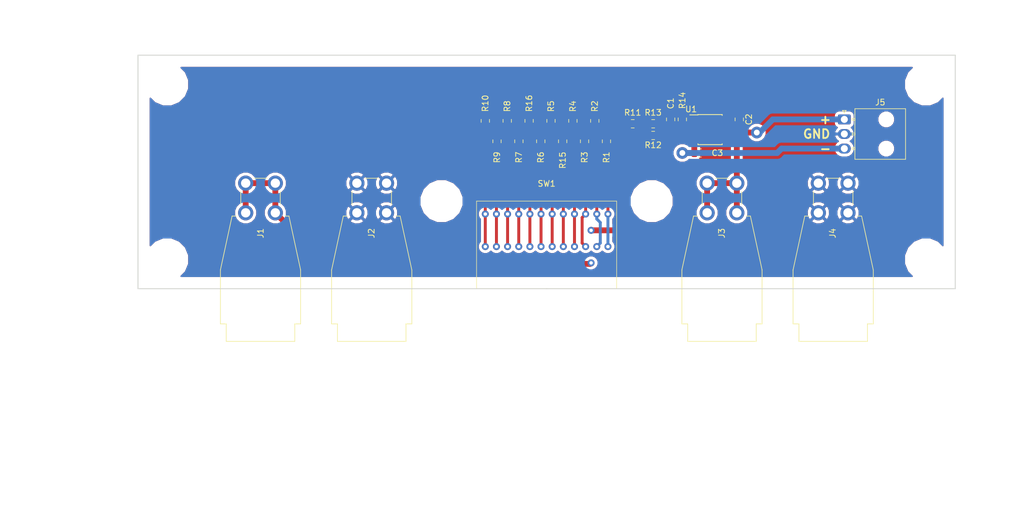
<source format=kicad_pcb>
(kicad_pcb (version 20171130) (host pcbnew 5.1.0)

  (general
    (thickness 1.6)
    (drawings 19)
    (tracks 86)
    (zones 0)
    (modules 32)
    (nets 22)
  )

  (page A4)
  (layers
    (0 F.Cu signal)
    (31 B.Cu signal)
    (32 B.Adhes user)
    (33 F.Adhes user)
    (34 B.Paste user)
    (35 F.Paste user)
    (36 B.SilkS user)
    (37 F.SilkS user)
    (38 B.Mask user)
    (39 F.Mask user)
    (40 Dwgs.User user)
    (41 Cmts.User user)
    (42 Eco1.User user)
    (43 Eco2.User user)
    (44 Edge.Cuts user)
    (45 Margin user)
    (46 B.CrtYd user)
    (47 F.CrtYd user)
    (48 B.Fab user)
    (49 F.Fab user)
  )

  (setup
    (last_trace_width 0.25)
    (user_trace_width 0.5)
    (user_trace_width 1)
    (user_trace_width 1.5)
    (user_trace_width 2)
    (user_trace_width 4)
    (trace_clearance 0.2)
    (zone_clearance 0.508)
    (zone_45_only no)
    (trace_min 0.2)
    (via_size 0.8)
    (via_drill 0.4)
    (via_min_size 0.4)
    (via_min_drill 0.3)
    (user_via 2 1)
    (uvia_size 0.3)
    (uvia_drill 0.1)
    (uvias_allowed no)
    (uvia_min_size 0.2)
    (uvia_min_drill 0.1)
    (edge_width 0.15)
    (segment_width 0.2)
    (pcb_text_width 0.3)
    (pcb_text_size 1.5 1.5)
    (mod_edge_width 0.15)
    (mod_text_size 1 1)
    (mod_text_width 0.15)
    (pad_size 3.2 3.2)
    (pad_drill 3.2)
    (pad_to_mask_clearance 0.051)
    (solder_mask_min_width 0.25)
    (aux_axis_origin 30 130)
    (grid_origin 30 130)
    (visible_elements FFFFFF7F)
    (pcbplotparams
      (layerselection 0x010fc_ffffffff)
      (usegerberextensions false)
      (usegerberattributes false)
      (usegerberadvancedattributes false)
      (creategerberjobfile false)
      (excludeedgelayer true)
      (linewidth 0.100000)
      (plotframeref false)
      (viasonmask false)
      (mode 1)
      (useauxorigin false)
      (hpglpennumber 1)
      (hpglpenspeed 20)
      (hpglpendiameter 15.000000)
      (psnegative false)
      (psa4output false)
      (plotreference true)
      (plotvalue true)
      (plotinvisibletext false)
      (padsonsilk false)
      (subtractmaskfromsilk false)
      (outputformat 1)
      (mirror false)
      (drillshape 0)
      (scaleselection 1)
      (outputdirectory "/home/kuon/Desktop/gerber/"))
  )

  (net 0 "")
  (net 1 /IN+)
  (net 2 GND)
  (net 3 +VDC)
  (net 4 -VDC)
  (net 5 /OUT+)
  (net 6 "Net-(R6-Pad2)")
  (net 7 "Net-(R8-Pad2)")
  (net 8 "Net-(R10-Pad2)")
  (net 9 "Net-(R12-Pad1)")
  (net 10 "Net-(R4-Pad2)")
  (net 11 "Net-(C1-Pad2)")
  (net 12 "Net-(R1-Pad2)")
  (net 13 "Net-(R2-Pad2)")
  (net 14 "Net-(R3-Pad2)")
  (net 15 "Net-(R5-Pad2)")
  (net 16 "Net-(R7-Pad2)")
  (net 17 "Net-(R9-Pad2)")
  (net 18 "Net-(R11-Pad1)")
  (net 19 "Net-(R12-Pad2)")
  (net 20 "Net-(R15-Pad2)")
  (net 21 "Net-(R16-Pad2)")

  (net_class Default "This is the default net class."
    (clearance 0.2)
    (trace_width 0.25)
    (via_dia 0.8)
    (via_drill 0.4)
    (uvia_dia 0.3)
    (uvia_drill 0.1)
    (add_net +VDC)
    (add_net -VDC)
    (add_net /IN+)
    (add_net /OUT+)
    (add_net GND)
    (add_net "Net-(C1-Pad2)")
    (add_net "Net-(R1-Pad2)")
    (add_net "Net-(R10-Pad2)")
    (add_net "Net-(R11-Pad1)")
    (add_net "Net-(R12-Pad1)")
    (add_net "Net-(R12-Pad2)")
    (add_net "Net-(R15-Pad2)")
    (add_net "Net-(R16-Pad2)")
    (add_net "Net-(R2-Pad2)")
    (add_net "Net-(R3-Pad2)")
    (add_net "Net-(R4-Pad2)")
    (add_net "Net-(R5-Pad2)")
    (add_net "Net-(R6-Pad2)")
    (add_net "Net-(R7-Pad2)")
    (add_net "Net-(R8-Pad2)")
    (add_net "Net-(R9-Pad2)")
  )

  (module MountingHole:MountingHole_3.2mm_M3_ISO14580 (layer F.Cu) (tedit 5C8C4E68) (tstamp 5C98F5BC)
    (at 162 109.25)
    (descr "Mounting Hole 3.2mm, no annular, M3, ISO14580")
    (tags "mounting hole 3.2mm no annular m3 iso14580")
    (attr virtual)
    (fp_text reference REF** (at 0 -3.75) (layer F.SilkS) hide
      (effects (font (size 1 1) (thickness 0.15)))
    )
    (fp_text value MountingHole_3.2mm_M3_ISO14580 (at 0 3.75) (layer F.Fab) hide
      (effects (font (size 1 1) (thickness 0.15)))
    )
    (fp_text user %R (at 0.3 0) (layer F.Fab)
      (effects (font (size 1 1) (thickness 0.15)))
    )
    (fp_circle (center 0 0) (end 2.75 0) (layer Cmts.User) (width 0.15))
    (fp_circle (center 0 0) (end 3 0) (layer F.CrtYd) (width 0.05))
    (pad "" np_thru_hole circle (at 0 0) (size 3.2 3.2) (drill 3.2) (layers *.Cu *.Mask)
      (solder_mask_margin 2) (solder_paste_margin 2) (clearance 2))
  )

  (module MountingHole:MountingHole_3.2mm_M3_ISO14580 (layer F.Cu) (tedit 5C8C4E60) (tstamp 5C98F523)
    (at 126 109.25)
    (descr "Mounting Hole 3.2mm, no annular, M3, ISO14580")
    (tags "mounting hole 3.2mm no annular m3 iso14580")
    (attr virtual)
    (fp_text reference REF** (at 0 -3.75) (layer F.SilkS) hide
      (effects (font (size 1 1) (thickness 0.15)))
    )
    (fp_text value MountingHole_3.2mm_M3_ISO14580 (at 0 3.75) (layer F.Fab) hide
      (effects (font (size 1 1) (thickness 0.15)))
    )
    (fp_text user %R (at 0.3 0) (layer F.Fab)
      (effects (font (size 1 1) (thickness 0.15)))
    )
    (fp_circle (center 0 0) (end 2.75 0) (layer Cmts.User) (width 0.15))
    (fp_circle (center 0 0) (end 3 0) (layer F.CrtYd) (width 0.05))
    (pad "" np_thru_hole circle (at 0 0) (size 3.2 3.2) (drill 3.2) (layers *.Cu *.Mask)
      (solder_mask_margin 2) (solder_paste_margin 2) (clearance 2))
  )

  (module Connector:CalTest_CT3151 (layer F.Cu) (tedit 5BAA5155) (tstamp 5C98C11F)
    (at 92.45 111.25 90)
    (descr "Right-angle standard banana jack, http://www.caltestelectronics.com/images/attachments/P315100rH_drawing.pdf")
    (tags "banana jack horizontal")
    (path /5C5E78E9)
    (fp_text reference J1 (at -3.5 2.55 90) (layer F.SilkS)
      (effects (font (size 1 1) (thickness 0.15)))
    )
    (fp_text value IN+ (at 2.54 10.54 90) (layer F.Fab)
      (effects (font (size 1 1) (thickness 0.15)))
    )
    (fp_text user %R (at 2.54 2.54 90) (layer F.Fab)
      (effects (font (size 1 1) (thickness 0.15)))
    )
    (fp_line (start 6.88 -4.71) (end -22.4 -4.71) (layer F.CrtYd) (width 0.05))
    (fp_line (start 6.88 9.79) (end 6.88 -4.71) (layer F.CrtYd) (width 0.05))
    (fp_line (start -22.4 9.79) (end 6.88 9.79) (layer F.CrtYd) (width 0.05))
    (fp_line (start -22.4 -4.71) (end -22.4 9.79) (layer F.CrtYd) (width 0.05))
    (fp_line (start 5.92 1.425) (end 5.92 3.656) (layer F.SilkS) (width 0.12))
    (fp_line (start 1.417 -0.84) (end 3.652 -0.84) (layer F.SilkS) (width 0.12))
    (fp_line (start -0.561 -2.33) (end -0.561 -1.623) (layer F.SilkS) (width 0.12))
    (fp_line (start -9.79 -4.33) (end -0.561 -2.33) (layer F.SilkS) (width 0.12))
    (fp_line (start -19.02 -4.33) (end -9.79 -4.33) (layer F.SilkS) (width 0.12))
    (fp_line (start -19.02 -3.33) (end -19.02 -4.33) (layer F.SilkS) (width 0.12))
    (fp_line (start -22.02 -3.33) (end -19.02 -3.33) (layer F.SilkS) (width 0.12))
    (fp_line (start -22.02 8.41) (end -22.02 -3.33) (layer F.SilkS) (width 0.12))
    (fp_line (start -19.02 8.41) (end -22.02 8.41) (layer F.SilkS) (width 0.12))
    (fp_line (start -19.02 9.41) (end -19.02 8.41) (layer F.SilkS) (width 0.12))
    (fp_line (start -9.79 9.41) (end -19.02 9.41) (layer F.SilkS) (width 0.12))
    (fp_line (start -0.561 7.41) (end -9.79 9.41) (layer F.SilkS) (width 0.12))
    (fp_line (start -0.561 6.703) (end -0.561 7.41) (layer F.SilkS) (width 0.12))
    (fp_line (start 3.653 5.92) (end 1.417 5.92) (layer F.SilkS) (width 0.12))
    (fp_line (start 5.8 -0.72) (end 5.8 5.8) (layer F.Fab) (width 0.1))
    (fp_line (start -0.68 -0.72) (end 5.8 -0.72) (layer F.Fab) (width 0.1))
    (fp_line (start -0.68 -2.21) (end -0.68 -0.72) (layer F.Fab) (width 0.1))
    (fp_line (start -9.79 -4.21) (end -0.68 -2.21) (layer F.Fab) (width 0.1))
    (fp_line (start -18.9 -4.21) (end -9.79 -4.21) (layer F.Fab) (width 0.1))
    (fp_line (start -18.9 -3.21) (end -18.9 -4.21) (layer F.Fab) (width 0.1))
    (fp_line (start -21.9 -3.21) (end -18.9 -3.21) (layer F.Fab) (width 0.1))
    (fp_line (start -21.9 8.29) (end -21.9 -3.21) (layer F.Fab) (width 0.1))
    (fp_line (start -18.9 8.29) (end -21.9 8.29) (layer F.Fab) (width 0.1))
    (fp_line (start -18.9 9.29) (end -18.9 8.29) (layer F.Fab) (width 0.1))
    (fp_line (start -9.79 9.29) (end -18.9 9.29) (layer F.Fab) (width 0.1))
    (fp_line (start -0.68 7.29) (end -9.79 9.29) (layer F.Fab) (width 0.1))
    (fp_line (start -0.68 5.8) (end -0.68 7.29) (layer F.Fab) (width 0.1))
    (fp_line (start 5.8 5.8) (end -0.68 5.8) (layer F.Fab) (width 0.1))
    (pad 1 thru_hole circle (at 5.08 5.08 90) (size 2.6 2.6) (drill 1.6) (layers *.Cu *.Mask)
      (net 1 /IN+))
    (pad 1 thru_hole circle (at 5.08 0 90) (size 2.6 2.6) (drill 1.6) (layers *.Cu *.Mask)
      (net 1 /IN+))
    (pad 1 thru_hole circle (at 0 5.08 90) (size 2.6 2.6) (drill 1.6) (layers *.Cu *.Mask)
      (net 1 /IN+))
    (pad 1 thru_hole circle (at 0 0 90) (size 2.6 2.6) (drill 1.6) (layers *.Cu *.Mask)
      (net 1 /IN+))
    (model ${KISYS3DMOD}/Connector.3dshapes/CalTest_CT3151.wrl
      (at (xyz 0 0 0))
      (scale (xyz 1 1 1))
      (rotate (xyz 0 0 0))
    )
  )

  (module Connector:CalTest_CT3151 (layer F.Cu) (tedit 5BAA5155) (tstamp 5C98CB7E)
    (at 111.5 111.25 90)
    (descr "Right-angle standard banana jack, http://www.caltestelectronics.com/images/attachments/P315100rH_drawing.pdf")
    (tags "banana jack horizontal")
    (path /5C5E3F04)
    (fp_text reference J2 (at -3.5 2.5 90) (layer F.SilkS)
      (effects (font (size 1 1) (thickness 0.15)))
    )
    (fp_text value IN- (at 2.54 10.54 90) (layer F.Fab)
      (effects (font (size 1 1) (thickness 0.15)))
    )
    (fp_line (start 5.8 5.8) (end -0.68 5.8) (layer F.Fab) (width 0.1))
    (fp_line (start -0.68 5.8) (end -0.68 7.29) (layer F.Fab) (width 0.1))
    (fp_line (start -0.68 7.29) (end -9.79 9.29) (layer F.Fab) (width 0.1))
    (fp_line (start -9.79 9.29) (end -18.9 9.29) (layer F.Fab) (width 0.1))
    (fp_line (start -18.9 9.29) (end -18.9 8.29) (layer F.Fab) (width 0.1))
    (fp_line (start -18.9 8.29) (end -21.9 8.29) (layer F.Fab) (width 0.1))
    (fp_line (start -21.9 8.29) (end -21.9 -3.21) (layer F.Fab) (width 0.1))
    (fp_line (start -21.9 -3.21) (end -18.9 -3.21) (layer F.Fab) (width 0.1))
    (fp_line (start -18.9 -3.21) (end -18.9 -4.21) (layer F.Fab) (width 0.1))
    (fp_line (start -18.9 -4.21) (end -9.79 -4.21) (layer F.Fab) (width 0.1))
    (fp_line (start -9.79 -4.21) (end -0.68 -2.21) (layer F.Fab) (width 0.1))
    (fp_line (start -0.68 -2.21) (end -0.68 -0.72) (layer F.Fab) (width 0.1))
    (fp_line (start -0.68 -0.72) (end 5.8 -0.72) (layer F.Fab) (width 0.1))
    (fp_line (start 5.8 -0.72) (end 5.8 5.8) (layer F.Fab) (width 0.1))
    (fp_line (start 3.653 5.92) (end 1.417 5.92) (layer F.SilkS) (width 0.12))
    (fp_line (start -0.561 6.703) (end -0.561 7.41) (layer F.SilkS) (width 0.12))
    (fp_line (start -0.561 7.41) (end -9.79 9.41) (layer F.SilkS) (width 0.12))
    (fp_line (start -9.79 9.41) (end -19.02 9.41) (layer F.SilkS) (width 0.12))
    (fp_line (start -19.02 9.41) (end -19.02 8.41) (layer F.SilkS) (width 0.12))
    (fp_line (start -19.02 8.41) (end -22.02 8.41) (layer F.SilkS) (width 0.12))
    (fp_line (start -22.02 8.41) (end -22.02 -3.33) (layer F.SilkS) (width 0.12))
    (fp_line (start -22.02 -3.33) (end -19.02 -3.33) (layer F.SilkS) (width 0.12))
    (fp_line (start -19.02 -3.33) (end -19.02 -4.33) (layer F.SilkS) (width 0.12))
    (fp_line (start -19.02 -4.33) (end -9.79 -4.33) (layer F.SilkS) (width 0.12))
    (fp_line (start -9.79 -4.33) (end -0.561 -2.33) (layer F.SilkS) (width 0.12))
    (fp_line (start -0.561 -2.33) (end -0.561 -1.623) (layer F.SilkS) (width 0.12))
    (fp_line (start 1.417 -0.84) (end 3.652 -0.84) (layer F.SilkS) (width 0.12))
    (fp_line (start 5.92 1.425) (end 5.92 3.656) (layer F.SilkS) (width 0.12))
    (fp_line (start -22.4 -4.71) (end -22.4 9.79) (layer F.CrtYd) (width 0.05))
    (fp_line (start -22.4 9.79) (end 6.88 9.79) (layer F.CrtYd) (width 0.05))
    (fp_line (start 6.88 9.79) (end 6.88 -4.71) (layer F.CrtYd) (width 0.05))
    (fp_line (start 6.88 -4.71) (end -22.4 -4.71) (layer F.CrtYd) (width 0.05))
    (fp_text user %R (at 2.54 2.54 90) (layer F.Fab)
      (effects (font (size 1 1) (thickness 0.15)))
    )
    (pad 1 thru_hole circle (at 0 0 90) (size 2.6 2.6) (drill 1.6) (layers *.Cu *.Mask)
      (net 2 GND))
    (pad 1 thru_hole circle (at 0 5.08 90) (size 2.6 2.6) (drill 1.6) (layers *.Cu *.Mask)
      (net 2 GND))
    (pad 1 thru_hole circle (at 5.08 0 90) (size 2.6 2.6) (drill 1.6) (layers *.Cu *.Mask)
      (net 2 GND))
    (pad 1 thru_hole circle (at 5.08 5.08 90) (size 2.6 2.6) (drill 1.6) (layers *.Cu *.Mask)
      (net 2 GND))
    (model ${KISYS3DMOD}/Connector.3dshapes/CalTest_CT3151.wrl
      (at (xyz 0 0 0))
      (scale (xyz 1 1 1))
      (rotate (xyz 0 0 0))
    )
  )

  (module Connector:CalTest_CT3151 (layer F.Cu) (tedit 5BAA5155) (tstamp 5C98C0CF)
    (at 171.5 111.25 90)
    (descr "Right-angle standard banana jack, http://www.caltestelectronics.com/images/attachments/P315100rH_drawing.pdf")
    (tags "banana jack horizontal")
    (path /5C66F39C)
    (fp_text reference J3 (at -3.5 2.5 90) (layer F.SilkS)
      (effects (font (size 1 1) (thickness 0.15)))
    )
    (fp_text value OUT+ (at 2.54 10.54 90) (layer F.Fab)
      (effects (font (size 1 1) (thickness 0.15)))
    )
    (fp_text user %R (at 2.54 2.54 90) (layer F.Fab)
      (effects (font (size 1 1) (thickness 0.15)))
    )
    (fp_line (start 6.88 -4.71) (end -22.4 -4.71) (layer F.CrtYd) (width 0.05))
    (fp_line (start 6.88 9.79) (end 6.88 -4.71) (layer F.CrtYd) (width 0.05))
    (fp_line (start -22.4 9.79) (end 6.88 9.79) (layer F.CrtYd) (width 0.05))
    (fp_line (start -22.4 -4.71) (end -22.4 9.79) (layer F.CrtYd) (width 0.05))
    (fp_line (start 5.92 1.425) (end 5.92 3.656) (layer F.SilkS) (width 0.12))
    (fp_line (start 1.417 -0.84) (end 3.652 -0.84) (layer F.SilkS) (width 0.12))
    (fp_line (start -0.561 -2.33) (end -0.561 -1.623) (layer F.SilkS) (width 0.12))
    (fp_line (start -9.79 -4.33) (end -0.561 -2.33) (layer F.SilkS) (width 0.12))
    (fp_line (start -19.02 -4.33) (end -9.79 -4.33) (layer F.SilkS) (width 0.12))
    (fp_line (start -19.02 -3.33) (end -19.02 -4.33) (layer F.SilkS) (width 0.12))
    (fp_line (start -22.02 -3.33) (end -19.02 -3.33) (layer F.SilkS) (width 0.12))
    (fp_line (start -22.02 8.41) (end -22.02 -3.33) (layer F.SilkS) (width 0.12))
    (fp_line (start -19.02 8.41) (end -22.02 8.41) (layer F.SilkS) (width 0.12))
    (fp_line (start -19.02 9.41) (end -19.02 8.41) (layer F.SilkS) (width 0.12))
    (fp_line (start -9.79 9.41) (end -19.02 9.41) (layer F.SilkS) (width 0.12))
    (fp_line (start -0.561 7.41) (end -9.79 9.41) (layer F.SilkS) (width 0.12))
    (fp_line (start -0.561 6.703) (end -0.561 7.41) (layer F.SilkS) (width 0.12))
    (fp_line (start 3.653 5.92) (end 1.417 5.92) (layer F.SilkS) (width 0.12))
    (fp_line (start 5.8 -0.72) (end 5.8 5.8) (layer F.Fab) (width 0.1))
    (fp_line (start -0.68 -0.72) (end 5.8 -0.72) (layer F.Fab) (width 0.1))
    (fp_line (start -0.68 -2.21) (end -0.68 -0.72) (layer F.Fab) (width 0.1))
    (fp_line (start -9.79 -4.21) (end -0.68 -2.21) (layer F.Fab) (width 0.1))
    (fp_line (start -18.9 -4.21) (end -9.79 -4.21) (layer F.Fab) (width 0.1))
    (fp_line (start -18.9 -3.21) (end -18.9 -4.21) (layer F.Fab) (width 0.1))
    (fp_line (start -21.9 -3.21) (end -18.9 -3.21) (layer F.Fab) (width 0.1))
    (fp_line (start -21.9 8.29) (end -21.9 -3.21) (layer F.Fab) (width 0.1))
    (fp_line (start -18.9 8.29) (end -21.9 8.29) (layer F.Fab) (width 0.1))
    (fp_line (start -18.9 9.29) (end -18.9 8.29) (layer F.Fab) (width 0.1))
    (fp_line (start -9.79 9.29) (end -18.9 9.29) (layer F.Fab) (width 0.1))
    (fp_line (start -0.68 7.29) (end -9.79 9.29) (layer F.Fab) (width 0.1))
    (fp_line (start -0.68 5.8) (end -0.68 7.29) (layer F.Fab) (width 0.1))
    (fp_line (start 5.8 5.8) (end -0.68 5.8) (layer F.Fab) (width 0.1))
    (pad 1 thru_hole circle (at 5.08 5.08 90) (size 2.6 2.6) (drill 1.6) (layers *.Cu *.Mask)
      (net 5 /OUT+))
    (pad 1 thru_hole circle (at 5.08 0 90) (size 2.6 2.6) (drill 1.6) (layers *.Cu *.Mask)
      (net 5 /OUT+))
    (pad 1 thru_hole circle (at 0 5.08 90) (size 2.6 2.6) (drill 1.6) (layers *.Cu *.Mask)
      (net 5 /OUT+))
    (pad 1 thru_hole circle (at 0 0 90) (size 2.6 2.6) (drill 1.6) (layers *.Cu *.Mask)
      (net 5 /OUT+))
    (model ${KISYS3DMOD}/Connector.3dshapes/CalTest_CT3151.wrl
      (at (xyz 0 0 0))
      (scale (xyz 1 1 1))
      (rotate (xyz 0 0 0))
    )
  )

  (module Connector:CalTest_CT3151 (layer F.Cu) (tedit 5BAA5155) (tstamp 5C98C0A7)
    (at 190.55 111.25 90)
    (descr "Right-angle standard banana jack, http://www.caltestelectronics.com/images/attachments/P315100rH_drawing.pdf")
    (tags "banana jack horizontal")
    (path /5C63597B)
    (fp_text reference J4 (at -3.5 2.45 90) (layer F.SilkS)
      (effects (font (size 1 1) (thickness 0.15)))
    )
    (fp_text value OUT- (at 2.54 10.54 90) (layer F.Fab)
      (effects (font (size 1 1) (thickness 0.15)))
    )
    (fp_line (start 5.8 5.8) (end -0.68 5.8) (layer F.Fab) (width 0.1))
    (fp_line (start -0.68 5.8) (end -0.68 7.29) (layer F.Fab) (width 0.1))
    (fp_line (start -0.68 7.29) (end -9.79 9.29) (layer F.Fab) (width 0.1))
    (fp_line (start -9.79 9.29) (end -18.9 9.29) (layer F.Fab) (width 0.1))
    (fp_line (start -18.9 9.29) (end -18.9 8.29) (layer F.Fab) (width 0.1))
    (fp_line (start -18.9 8.29) (end -21.9 8.29) (layer F.Fab) (width 0.1))
    (fp_line (start -21.9 8.29) (end -21.9 -3.21) (layer F.Fab) (width 0.1))
    (fp_line (start -21.9 -3.21) (end -18.9 -3.21) (layer F.Fab) (width 0.1))
    (fp_line (start -18.9 -3.21) (end -18.9 -4.21) (layer F.Fab) (width 0.1))
    (fp_line (start -18.9 -4.21) (end -9.79 -4.21) (layer F.Fab) (width 0.1))
    (fp_line (start -9.79 -4.21) (end -0.68 -2.21) (layer F.Fab) (width 0.1))
    (fp_line (start -0.68 -2.21) (end -0.68 -0.72) (layer F.Fab) (width 0.1))
    (fp_line (start -0.68 -0.72) (end 5.8 -0.72) (layer F.Fab) (width 0.1))
    (fp_line (start 5.8 -0.72) (end 5.8 5.8) (layer F.Fab) (width 0.1))
    (fp_line (start 3.653 5.92) (end 1.417 5.92) (layer F.SilkS) (width 0.12))
    (fp_line (start -0.561 6.703) (end -0.561 7.41) (layer F.SilkS) (width 0.12))
    (fp_line (start -0.561 7.41) (end -9.79 9.41) (layer F.SilkS) (width 0.12))
    (fp_line (start -9.79 9.41) (end -19.02 9.41) (layer F.SilkS) (width 0.12))
    (fp_line (start -19.02 9.41) (end -19.02 8.41) (layer F.SilkS) (width 0.12))
    (fp_line (start -19.02 8.41) (end -22.02 8.41) (layer F.SilkS) (width 0.12))
    (fp_line (start -22.02 8.41) (end -22.02 -3.33) (layer F.SilkS) (width 0.12))
    (fp_line (start -22.02 -3.33) (end -19.02 -3.33) (layer F.SilkS) (width 0.12))
    (fp_line (start -19.02 -3.33) (end -19.02 -4.33) (layer F.SilkS) (width 0.12))
    (fp_line (start -19.02 -4.33) (end -9.79 -4.33) (layer F.SilkS) (width 0.12))
    (fp_line (start -9.79 -4.33) (end -0.561 -2.33) (layer F.SilkS) (width 0.12))
    (fp_line (start -0.561 -2.33) (end -0.561 -1.623) (layer F.SilkS) (width 0.12))
    (fp_line (start 1.417 -0.84) (end 3.652 -0.84) (layer F.SilkS) (width 0.12))
    (fp_line (start 5.92 1.425) (end 5.92 3.656) (layer F.SilkS) (width 0.12))
    (fp_line (start -22.4 -4.71) (end -22.4 9.79) (layer F.CrtYd) (width 0.05))
    (fp_line (start -22.4 9.79) (end 6.88 9.79) (layer F.CrtYd) (width 0.05))
    (fp_line (start 6.88 9.79) (end 6.88 -4.71) (layer F.CrtYd) (width 0.05))
    (fp_line (start 6.88 -4.71) (end -22.4 -4.71) (layer F.CrtYd) (width 0.05))
    (fp_text user %R (at 2.54 2.54 90) (layer F.Fab)
      (effects (font (size 1 1) (thickness 0.15)))
    )
    (pad 1 thru_hole circle (at 0 0 90) (size 2.6 2.6) (drill 1.6) (layers *.Cu *.Mask)
      (net 2 GND))
    (pad 1 thru_hole circle (at 0 5.08 90) (size 2.6 2.6) (drill 1.6) (layers *.Cu *.Mask)
      (net 2 GND))
    (pad 1 thru_hole circle (at 5.08 0 90) (size 2.6 2.6) (drill 1.6) (layers *.Cu *.Mask)
      (net 2 GND))
    (pad 1 thru_hole circle (at 5.08 5.08 90) (size 2.6 2.6) (drill 1.6) (layers *.Cu *.Mask)
      (net 2 GND))
    (model ${KISYS3DMOD}/Connector.3dshapes/CalTest_CT3151.wrl
      (at (xyz 0 0 0))
      (scale (xyz 1 1 1))
      (rotate (xyz 0 0 0))
    )
  )

  (module MountingHole:MountingHole_3.2mm_M3_ISO14580 (layer F.Cu) (tedit 5C8C4E79) (tstamp 5C61DA49)
    (at 209 119.25)
    (descr "Mounting Hole 3.2mm, no annular, M3, ISO14580")
    (tags "mounting hole 3.2mm no annular m3 iso14580")
    (attr virtual)
    (fp_text reference REF** (at 0 -3.75) (layer F.SilkS) hide
      (effects (font (size 1 1) (thickness 0.15)))
    )
    (fp_text value MountingHole_3.2mm_M3_ISO14580 (at 0 3.75) (layer F.Fab) hide
      (effects (font (size 1 1) (thickness 0.15)))
    )
    (fp_text user %R (at 0.3 0) (layer F.Fab)
      (effects (font (size 1 1) (thickness 0.15)))
    )
    (fp_circle (center 0 0) (end 2.75 0) (layer Cmts.User) (width 0.15))
    (fp_circle (center 0 0) (end 3 0) (layer F.CrtYd) (width 0.05))
    (pad "" np_thru_hole circle (at 0 0) (size 3.2 3.2) (drill 3.2) (layers *.Cu *.Mask)
      (solder_mask_margin 2) (solder_paste_margin 2) (clearance 2))
  )

  (module MountingHole:MountingHole_3.2mm_M3_ISO14580 (layer F.Cu) (tedit 5C8C4E3C) (tstamp 5C61DA42)
    (at 79 89.25)
    (descr "Mounting Hole 3.2mm, no annular, M3, ISO14580")
    (tags "mounting hole 3.2mm no annular m3 iso14580")
    (attr virtual)
    (fp_text reference REF** (at 0 -3.75) (layer F.SilkS) hide
      (effects (font (size 1 1) (thickness 0.15)))
    )
    (fp_text value MountingHole_3.2mm_M3_ISO14580 (at 0 3.75) (layer F.Fab) hide
      (effects (font (size 1 1) (thickness 0.15)))
    )
    (fp_text user %R (at 0.3 0) (layer F.Fab)
      (effects (font (size 1 1) (thickness 0.15)))
    )
    (fp_circle (center 0 0) (end 2.75 0) (layer Cmts.User) (width 0.15))
    (fp_circle (center 0 0) (end 3 0) (layer F.CrtYd) (width 0.05))
    (pad "" np_thru_hole circle (at 0 0) (size 3.2 3.2) (drill 3.2) (layers *.Cu *.Mask)
      (solder_mask_margin 2) (solder_paste_margin 2) (clearance 2))
  )

  (module MountingHole:MountingHole_3.2mm_M3_ISO14580 (layer F.Cu) (tedit 5C8C4E71) (tstamp 5C61DA3B)
    (at 209 89.25)
    (descr "Mounting Hole 3.2mm, no annular, M3, ISO14580")
    (tags "mounting hole 3.2mm no annular m3 iso14580")
    (attr virtual)
    (fp_text reference REF** (at 0 -3.75) (layer F.SilkS) hide
      (effects (font (size 1 1) (thickness 0.15)))
    )
    (fp_text value MountingHole_3.2mm_M3_ISO14580 (at 0 3.75) (layer F.Fab) hide
      (effects (font (size 1 1) (thickness 0.15)))
    )
    (fp_text user %R (at 0.3 0) (layer F.Fab)
      (effects (font (size 1 1) (thickness 0.15)))
    )
    (fp_circle (center 0 0) (end 2.75 0) (layer Cmts.User) (width 0.15))
    (fp_circle (center 0 0) (end 3 0) (layer F.CrtYd) (width 0.05))
    (pad "" np_thru_hole circle (at 0 0) (size 3.2 3.2) (drill 3.2) (layers *.Cu *.Mask)
      (solder_mask_margin 2) (solder_paste_margin 2) (clearance 2))
  )

  (module MountingHole:MountingHole_3.2mm_M3_ISO14580 (layer F.Cu) (tedit 5C8C4E57) (tstamp 5C61D9DB)
    (at 79 119.25)
    (descr "Mounting Hole 3.2mm, no annular, M3, ISO14580")
    (tags "mounting hole 3.2mm no annular m3 iso14580")
    (attr virtual)
    (fp_text reference REF** (at 0 -3.75) (layer F.SilkS) hide
      (effects (font (size 1 1) (thickness 0.15)))
    )
    (fp_text value MountingHole_3.2mm_M3_ISO14580 (at 0 3.75) (layer F.Fab) hide
      (effects (font (size 1 1) (thickness 0.15)))
    )
    (fp_circle (center 0 0) (end 3 0) (layer F.CrtYd) (width 0.05))
    (fp_circle (center 0 0) (end 2.75 0) (layer Cmts.User) (width 0.15))
    (fp_text user %R (at 0.3 0) (layer F.Fab)
      (effects (font (size 1 1) (thickness 0.15)))
    )
    (pad "" np_thru_hole circle (at 0 0) (size 3.2 3.2) (drill 3.2) (layers *.Cu *.Mask)
      (solder_mask_margin 2) (solder_paste_margin 2) (clearance 2))
  )

  (module Capacitor_SMD:C_0805_2012Metric (layer F.Cu) (tedit 5B36C52B) (tstamp 5C95DB15)
    (at 165.25 95.25 270)
    (descr "Capacitor SMD 0805 (2012 Metric), square (rectangular) end terminal, IPC_7351 nominal, (Body size source: https://docs.google.com/spreadsheets/d/1BsfQQcO9C6DZCsRaXUlFlo91Tg2WpOkGARC1WS5S8t0/edit?usp=sharing), generated with kicad-footprint-generator")
    (tags capacitor)
    (path /5C8E364F)
    (attr smd)
    (fp_text reference C1 (at -2.75 0 270) (layer F.SilkS)
      (effects (font (size 1 1) (thickness 0.15)))
    )
    (fp_text value 150p (at 3 0 270) (layer F.Fab)
      (effects (font (size 1 1) (thickness 0.15)))
    )
    (fp_text user %R (at 0 0 270) (layer F.Fab)
      (effects (font (size 0.5 0.5) (thickness 0.08)))
    )
    (fp_line (start 1.68 0.95) (end -1.68 0.95) (layer F.CrtYd) (width 0.05))
    (fp_line (start 1.68 -0.95) (end 1.68 0.95) (layer F.CrtYd) (width 0.05))
    (fp_line (start -1.68 -0.95) (end 1.68 -0.95) (layer F.CrtYd) (width 0.05))
    (fp_line (start -1.68 0.95) (end -1.68 -0.95) (layer F.CrtYd) (width 0.05))
    (fp_line (start -0.258578 0.71) (end 0.258578 0.71) (layer F.SilkS) (width 0.12))
    (fp_line (start -0.258578 -0.71) (end 0.258578 -0.71) (layer F.SilkS) (width 0.12))
    (fp_line (start 1 0.6) (end -1 0.6) (layer F.Fab) (width 0.1))
    (fp_line (start 1 -0.6) (end 1 0.6) (layer F.Fab) (width 0.1))
    (fp_line (start -1 -0.6) (end 1 -0.6) (layer F.Fab) (width 0.1))
    (fp_line (start -1 0.6) (end -1 -0.6) (layer F.Fab) (width 0.1))
    (pad 2 smd roundrect (at 0.9375 0 270) (size 0.975 1.4) (layers F.Cu F.Paste F.Mask) (roundrect_rratio 0.25)
      (net 11 "Net-(C1-Pad2)"))
    (pad 1 smd roundrect (at -0.9375 0 270) (size 0.975 1.4) (layers F.Cu F.Paste F.Mask) (roundrect_rratio 0.25)
      (net 5 /OUT+))
    (model ${KISYS3DMOD}/Capacitor_SMD.3dshapes/C_0805_2012Metric.wrl
      (at (xyz 0 0 0))
      (scale (xyz 1 1 1))
      (rotate (xyz 0 0 0))
    )
  )

  (module Capacitor_SMD:C_0805_2012Metric (layer F.Cu) (tedit 5B36C52B) (tstamp 5C98DE44)
    (at 177 95.25 270)
    (descr "Capacitor SMD 0805 (2012 Metric), square (rectangular) end terminal, IPC_7351 nominal, (Body size source: https://docs.google.com/spreadsheets/d/1BsfQQcO9C6DZCsRaXUlFlo91Tg2WpOkGARC1WS5S8t0/edit?usp=sharing), generated with kicad-footprint-generator")
    (tags capacitor)
    (path /5C846450)
    (attr smd)
    (fp_text reference C2 (at 0 -1.65 270) (layer F.SilkS)
      (effects (font (size 1 1) (thickness 0.15)))
    )
    (fp_text value 100n (at 0 1.65 270) (layer F.Fab)
      (effects (font (size 1 1) (thickness 0.15)))
    )
    (fp_line (start -1 0.6) (end -1 -0.6) (layer F.Fab) (width 0.1))
    (fp_line (start -1 -0.6) (end 1 -0.6) (layer F.Fab) (width 0.1))
    (fp_line (start 1 -0.6) (end 1 0.6) (layer F.Fab) (width 0.1))
    (fp_line (start 1 0.6) (end -1 0.6) (layer F.Fab) (width 0.1))
    (fp_line (start -0.258578 -0.71) (end 0.258578 -0.71) (layer F.SilkS) (width 0.12))
    (fp_line (start -0.258578 0.71) (end 0.258578 0.71) (layer F.SilkS) (width 0.12))
    (fp_line (start -1.68 0.95) (end -1.68 -0.95) (layer F.CrtYd) (width 0.05))
    (fp_line (start -1.68 -0.95) (end 1.68 -0.95) (layer F.CrtYd) (width 0.05))
    (fp_line (start 1.68 -0.95) (end 1.68 0.95) (layer F.CrtYd) (width 0.05))
    (fp_line (start 1.68 0.95) (end -1.68 0.95) (layer F.CrtYd) (width 0.05))
    (fp_text user %R (at 0 0 270) (layer F.Fab)
      (effects (font (size 0.5 0.5) (thickness 0.08)))
    )
    (pad 1 smd roundrect (at -0.9375 0 270) (size 0.975 1.4) (layers F.Cu F.Paste F.Mask) (roundrect_rratio 0.25)
      (net 2 GND))
    (pad 2 smd roundrect (at 0.9375 0 270) (size 0.975 1.4) (layers F.Cu F.Paste F.Mask) (roundrect_rratio 0.25)
      (net 3 +VDC))
    (model ${KISYS3DMOD}/Capacitor_SMD.3dshapes/C_0805_2012Metric.wrl
      (at (xyz 0 0 0))
      (scale (xyz 1 1 1))
      (rotate (xyz 0 0 0))
    )
  )

  (module Capacitor_SMD:C_0805_2012Metric (layer F.Cu) (tedit 5B36C52B) (tstamp 5C95DB37)
    (at 170.25 101 180)
    (descr "Capacitor SMD 0805 (2012 Metric), square (rectangular) end terminal, IPC_7351 nominal, (Body size source: https://docs.google.com/spreadsheets/d/1BsfQQcO9C6DZCsRaXUlFlo91Tg2WpOkGARC1WS5S8t0/edit?usp=sharing), generated with kicad-footprint-generator")
    (tags capacitor)
    (path /5C90AF03)
    (attr smd)
    (fp_text reference C3 (at -3 0 180) (layer F.SilkS)
      (effects (font (size 1 1) (thickness 0.15)))
    )
    (fp_text value 100n (at -0.25 -1.75 180) (layer F.Fab)
      (effects (font (size 1 1) (thickness 0.15)))
    )
    (fp_line (start -1 0.6) (end -1 -0.6) (layer F.Fab) (width 0.1))
    (fp_line (start -1 -0.6) (end 1 -0.6) (layer F.Fab) (width 0.1))
    (fp_line (start 1 -0.6) (end 1 0.6) (layer F.Fab) (width 0.1))
    (fp_line (start 1 0.6) (end -1 0.6) (layer F.Fab) (width 0.1))
    (fp_line (start -0.258578 -0.71) (end 0.258578 -0.71) (layer F.SilkS) (width 0.12))
    (fp_line (start -0.258578 0.71) (end 0.258578 0.71) (layer F.SilkS) (width 0.12))
    (fp_line (start -1.68 0.95) (end -1.68 -0.95) (layer F.CrtYd) (width 0.05))
    (fp_line (start -1.68 -0.95) (end 1.68 -0.95) (layer F.CrtYd) (width 0.05))
    (fp_line (start 1.68 -0.95) (end 1.68 0.95) (layer F.CrtYd) (width 0.05))
    (fp_line (start 1.68 0.95) (end -1.68 0.95) (layer F.CrtYd) (width 0.05))
    (fp_text user %R (at 0 0 180) (layer F.Fab)
      (effects (font (size 0.5 0.5) (thickness 0.08)))
    )
    (pad 1 smd roundrect (at -0.9375 0 180) (size 0.975 1.4) (layers F.Cu F.Paste F.Mask) (roundrect_rratio 0.25)
      (net 2 GND))
    (pad 2 smd roundrect (at 0.9375 0 180) (size 0.975 1.4) (layers F.Cu F.Paste F.Mask) (roundrect_rratio 0.25)
      (net 4 -VDC))
    (model ${KISYS3DMOD}/Capacitor_SMD.3dshapes/C_0805_2012Metric.wrl
      (at (xyz 0 0 0))
      (scale (xyz 1 1 1))
      (rotate (xyz 0 0 0))
    )
  )

  (module Connector_Molex:Molex_Nano-Fit_105313-xx03_1x03_P2.50mm_Horizontal (layer F.Cu) (tedit 5B782416) (tstamp 5C95DB5F)
    (at 195 95.25)
    (descr "Molex Nano-Fit Power Connectors, 105313-xx03, 3 Pins per row (http://www.molex.com/pdm_docs/sd/1053131208_sd.pdf), generated with kicad-footprint-generator")
    (tags "connector Molex Nano-Fit top entry")
    (path /5CA68687)
    (fp_text reference J5 (at 6.15 -2.92) (layer F.SilkS)
      (effects (font (size 1 1) (thickness 0.15)))
    )
    (fp_text value Conn_01x03_Male (at 6.15 7.92) (layer F.Fab)
      (effects (font (size 1 1) (thickness 0.15)))
    )
    (fp_line (start 1.92 -1.72) (end 1.92 6.72) (layer F.Fab) (width 0.1))
    (fp_line (start 1.92 6.72) (end 10.38 6.72) (layer F.Fab) (width 0.1))
    (fp_line (start 10.38 6.72) (end 10.38 -1.72) (layer F.Fab) (width 0.1))
    (fp_line (start 10.38 -1.72) (end 1.92 -1.72) (layer F.Fab) (width 0.1))
    (fp_line (start 1.81 -1.83) (end 1.81 6.83) (layer F.SilkS) (width 0.12))
    (fp_line (start 1.81 6.83) (end 10.49 6.83) (layer F.SilkS) (width 0.12))
    (fp_line (start 10.49 6.83) (end 10.49 -1.83) (layer F.SilkS) (width 0.12))
    (fp_line (start 10.49 -1.83) (end 1.81 -1.83) (layer F.SilkS) (width 0.12))
    (fp_line (start 1.81 0.15) (end 1.81 -0.15) (layer F.SilkS) (width 0.12))
    (fp_line (start 1.81 -0.15) (end 1.36 -0.15) (layer F.SilkS) (width 0.12))
    (fp_line (start 1.36 -0.15) (end 1.36 0.15) (layer F.SilkS) (width 0.12))
    (fp_line (start 1.36 0.15) (end 1.81 0.15) (layer F.SilkS) (width 0.12))
    (fp_line (start 1.81 2.65) (end 1.81 2.35) (layer F.SilkS) (width 0.12))
    (fp_line (start 1.81 2.35) (end 1.36 2.35) (layer F.SilkS) (width 0.12))
    (fp_line (start 1.36 2.35) (end 1.36 2.65) (layer F.SilkS) (width 0.12))
    (fp_line (start 1.36 2.65) (end 1.81 2.65) (layer F.SilkS) (width 0.12))
    (fp_line (start 1.81 5.15) (end 1.81 4.85) (layer F.SilkS) (width 0.12))
    (fp_line (start 1.81 4.85) (end 1.36 4.85) (layer F.SilkS) (width 0.12))
    (fp_line (start 1.36 4.85) (end 1.36 5.15) (layer F.SilkS) (width 0.12))
    (fp_line (start 1.36 5.15) (end 1.81 5.15) (layer F.SilkS) (width 0.12))
    (fp_line (start 0 -1.11) (end 0.3 -1.534264) (layer F.SilkS) (width 0.12))
    (fp_line (start 0.3 -1.534264) (end -0.3 -1.534264) (layer F.SilkS) (width 0.12))
    (fp_line (start -0.3 -1.534264) (end 0 -1.11) (layer F.SilkS) (width 0.12))
    (fp_line (start 0 -1.11) (end 0.3 -1.534264) (layer F.Fab) (width 0.1))
    (fp_line (start 0.3 -1.534264) (end -0.3 -1.534264) (layer F.Fab) (width 0.1))
    (fp_line (start -0.3 -1.534264) (end 0 -1.11) (layer F.Fab) (width 0.1))
    (fp_line (start -1.6 -2.22) (end -1.6 7.22) (layer F.CrtYd) (width 0.05))
    (fp_line (start -1.6 7.22) (end 10.88 7.22) (layer F.CrtYd) (width 0.05))
    (fp_line (start 10.88 7.22) (end 10.88 -2.22) (layer F.CrtYd) (width 0.05))
    (fp_line (start 10.88 -2.22) (end -1.6 -2.22) (layer F.CrtYd) (width 0.05))
    (fp_text user %R (at 6.15 6.02) (layer F.Fab)
      (effects (font (size 1 1) (thickness 0.15)))
    )
    (pad 1 thru_hole roundrect (at 0 0) (size 2.2 1.7) (drill 1.2) (layers *.Cu *.Mask) (roundrect_rratio 0.147059)
      (net 3 +VDC))
    (pad 2 thru_hole oval (at 0 2.5) (size 2.2 1.7) (drill 1.2) (layers *.Cu *.Mask)
      (net 2 GND))
    (pad 3 thru_hole oval (at 0 5) (size 2.2 1.7) (drill 1.2) (layers *.Cu *.Mask)
      (net 4 -VDC))
    (pad "" np_thru_hole circle (at 7.18 0) (size 1.7 1.7) (drill 1.7) (layers *.Cu *.Mask))
    (pad "" np_thru_hole circle (at 7.18 5) (size 1.7 1.7) (drill 1.7) (layers *.Cu *.Mask))
    (model ${KISYS3DMOD}/Connector_Molex.3dshapes/Molex_Nano-Fit_105313-xx03_1x03_P2.50mm_Horizontal.wrl
      (at (xyz 0 0 0))
      (scale (xyz 1 1 1))
      (rotate (xyz 0 0 0))
    )
  )

  (module Resistor_SMD:R_0805_2012Metric (layer F.Cu) (tedit 5B36C52B) (tstamp 5C95DB70)
    (at 154.25 99 270)
    (descr "Resistor SMD 0805 (2012 Metric), square (rectangular) end terminal, IPC_7351 nominal, (Body size source: https://docs.google.com/spreadsheets/d/1BsfQQcO9C6DZCsRaXUlFlo91Tg2WpOkGARC1WS5S8t0/edit?usp=sharing), generated with kicad-footprint-generator")
    (tags resistor)
    (path /5C9D1F9F)
    (attr smd)
    (fp_text reference R1 (at 2.75 0 270) (layer F.SilkS)
      (effects (font (size 1 1) (thickness 0.15)))
    )
    (fp_text value 500m (at 0 1.65 270) (layer F.Fab)
      (effects (font (size 1 1) (thickness 0.15)))
    )
    (fp_text user %R (at 0 0 270) (layer F.Fab)
      (effects (font (size 0.5 0.5) (thickness 0.08)))
    )
    (fp_line (start 1.68 0.95) (end -1.68 0.95) (layer F.CrtYd) (width 0.05))
    (fp_line (start 1.68 -0.95) (end 1.68 0.95) (layer F.CrtYd) (width 0.05))
    (fp_line (start -1.68 -0.95) (end 1.68 -0.95) (layer F.CrtYd) (width 0.05))
    (fp_line (start -1.68 0.95) (end -1.68 -0.95) (layer F.CrtYd) (width 0.05))
    (fp_line (start -0.258578 0.71) (end 0.258578 0.71) (layer F.SilkS) (width 0.12))
    (fp_line (start -0.258578 -0.71) (end 0.258578 -0.71) (layer F.SilkS) (width 0.12))
    (fp_line (start 1 0.6) (end -1 0.6) (layer F.Fab) (width 0.1))
    (fp_line (start 1 -0.6) (end 1 0.6) (layer F.Fab) (width 0.1))
    (fp_line (start -1 -0.6) (end 1 -0.6) (layer F.Fab) (width 0.1))
    (fp_line (start -1 0.6) (end -1 -0.6) (layer F.Fab) (width 0.1))
    (pad 2 smd roundrect (at 0.9375 0 270) (size 0.975 1.4) (layers F.Cu F.Paste F.Mask) (roundrect_rratio 0.25)
      (net 12 "Net-(R1-Pad2)"))
    (pad 1 smd roundrect (at -0.9375 0 270) (size 0.975 1.4) (layers F.Cu F.Paste F.Mask) (roundrect_rratio 0.25)
      (net 2 GND))
    (model ${KISYS3DMOD}/Resistor_SMD.3dshapes/R_0805_2012Metric.wrl
      (at (xyz 0 0 0))
      (scale (xyz 1 1 1))
      (rotate (xyz 0 0 0))
    )
  )

  (module Resistor_SMD:R_0805_2012Metric (layer F.Cu) (tedit 5B36C52B) (tstamp 5C95DB81)
    (at 152.25 95.5 270)
    (descr "Resistor SMD 0805 (2012 Metric), square (rectangular) end terminal, IPC_7351 nominal, (Body size source: https://docs.google.com/spreadsheets/d/1BsfQQcO9C6DZCsRaXUlFlo91Tg2WpOkGARC1WS5S8t0/edit?usp=sharing), generated with kicad-footprint-generator")
    (tags resistor)
    (path /5C9D201D)
    (attr smd)
    (fp_text reference R2 (at -2.5 0 270) (layer F.SilkS)
      (effects (font (size 1 1) (thickness 0.15)))
    )
    (fp_text value 1R (at 0 1.65 270) (layer F.Fab)
      (effects (font (size 1 1) (thickness 0.15)))
    )
    (fp_line (start -1 0.6) (end -1 -0.6) (layer F.Fab) (width 0.1))
    (fp_line (start -1 -0.6) (end 1 -0.6) (layer F.Fab) (width 0.1))
    (fp_line (start 1 -0.6) (end 1 0.6) (layer F.Fab) (width 0.1))
    (fp_line (start 1 0.6) (end -1 0.6) (layer F.Fab) (width 0.1))
    (fp_line (start -0.258578 -0.71) (end 0.258578 -0.71) (layer F.SilkS) (width 0.12))
    (fp_line (start -0.258578 0.71) (end 0.258578 0.71) (layer F.SilkS) (width 0.12))
    (fp_line (start -1.68 0.95) (end -1.68 -0.95) (layer F.CrtYd) (width 0.05))
    (fp_line (start -1.68 -0.95) (end 1.68 -0.95) (layer F.CrtYd) (width 0.05))
    (fp_line (start 1.68 -0.95) (end 1.68 0.95) (layer F.CrtYd) (width 0.05))
    (fp_line (start 1.68 0.95) (end -1.68 0.95) (layer F.CrtYd) (width 0.05))
    (fp_text user %R (at 0 0 270) (layer F.Fab)
      (effects (font (size 0.5 0.5) (thickness 0.08)))
    )
    (pad 1 smd roundrect (at -0.9375 0 270) (size 0.975 1.4) (layers F.Cu F.Paste F.Mask) (roundrect_rratio 0.25)
      (net 2 GND))
    (pad 2 smd roundrect (at 0.9375 0 270) (size 0.975 1.4) (layers F.Cu F.Paste F.Mask) (roundrect_rratio 0.25)
      (net 13 "Net-(R2-Pad2)"))
    (model ${KISYS3DMOD}/Resistor_SMD.3dshapes/R_0805_2012Metric.wrl
      (at (xyz 0 0 0))
      (scale (xyz 1 1 1))
      (rotate (xyz 0 0 0))
    )
  )

  (module Resistor_SMD:R_0805_2012Metric (layer F.Cu) (tedit 5B36C52B) (tstamp 5C95DB92)
    (at 150.5 99 270)
    (descr "Resistor SMD 0805 (2012 Metric), square (rectangular) end terminal, IPC_7351 nominal, (Body size source: https://docs.google.com/spreadsheets/d/1BsfQQcO9C6DZCsRaXUlFlo91Tg2WpOkGARC1WS5S8t0/edit?usp=sharing), generated with kicad-footprint-generator")
    (tags resistor)
    (path /5C9D21C5)
    (attr smd)
    (fp_text reference R3 (at 2.75 0 270) (layer F.SilkS)
      (effects (font (size 1 1) (thickness 0.15)))
    )
    (fp_text value 5R (at 0 1.65 270) (layer F.Fab)
      (effects (font (size 1 1) (thickness 0.15)))
    )
    (fp_text user %R (at 0 0 270) (layer F.Fab)
      (effects (font (size 0.5 0.5) (thickness 0.08)))
    )
    (fp_line (start 1.68 0.95) (end -1.68 0.95) (layer F.CrtYd) (width 0.05))
    (fp_line (start 1.68 -0.95) (end 1.68 0.95) (layer F.CrtYd) (width 0.05))
    (fp_line (start -1.68 -0.95) (end 1.68 -0.95) (layer F.CrtYd) (width 0.05))
    (fp_line (start -1.68 0.95) (end -1.68 -0.95) (layer F.CrtYd) (width 0.05))
    (fp_line (start -0.258578 0.71) (end 0.258578 0.71) (layer F.SilkS) (width 0.12))
    (fp_line (start -0.258578 -0.71) (end 0.258578 -0.71) (layer F.SilkS) (width 0.12))
    (fp_line (start 1 0.6) (end -1 0.6) (layer F.Fab) (width 0.1))
    (fp_line (start 1 -0.6) (end 1 0.6) (layer F.Fab) (width 0.1))
    (fp_line (start -1 -0.6) (end 1 -0.6) (layer F.Fab) (width 0.1))
    (fp_line (start -1 0.6) (end -1 -0.6) (layer F.Fab) (width 0.1))
    (pad 2 smd roundrect (at 0.9375 0 270) (size 0.975 1.4) (layers F.Cu F.Paste F.Mask) (roundrect_rratio 0.25)
      (net 14 "Net-(R3-Pad2)"))
    (pad 1 smd roundrect (at -0.9375 0 270) (size 0.975 1.4) (layers F.Cu F.Paste F.Mask) (roundrect_rratio 0.25)
      (net 2 GND))
    (model ${KISYS3DMOD}/Resistor_SMD.3dshapes/R_0805_2012Metric.wrl
      (at (xyz 0 0 0))
      (scale (xyz 1 1 1))
      (rotate (xyz 0 0 0))
    )
  )

  (module Resistor_SMD:R_0805_2012Metric (layer F.Cu) (tedit 5B36C52B) (tstamp 5C95DBA3)
    (at 148.5 95.5 270)
    (descr "Resistor SMD 0805 (2012 Metric), square (rectangular) end terminal, IPC_7351 nominal, (Body size source: https://docs.google.com/spreadsheets/d/1BsfQQcO9C6DZCsRaXUlFlo91Tg2WpOkGARC1WS5S8t0/edit?usp=sharing), generated with kicad-footprint-generator")
    (tags resistor)
    (path /5C9D220B)
    (attr smd)
    (fp_text reference R4 (at -2.5 0 270) (layer F.SilkS)
      (effects (font (size 1 1) (thickness 0.15)))
    )
    (fp_text value 10R (at 0 1.65 270) (layer F.Fab)
      (effects (font (size 1 1) (thickness 0.15)))
    )
    (fp_line (start -1 0.6) (end -1 -0.6) (layer F.Fab) (width 0.1))
    (fp_line (start -1 -0.6) (end 1 -0.6) (layer F.Fab) (width 0.1))
    (fp_line (start 1 -0.6) (end 1 0.6) (layer F.Fab) (width 0.1))
    (fp_line (start 1 0.6) (end -1 0.6) (layer F.Fab) (width 0.1))
    (fp_line (start -0.258578 -0.71) (end 0.258578 -0.71) (layer F.SilkS) (width 0.12))
    (fp_line (start -0.258578 0.71) (end 0.258578 0.71) (layer F.SilkS) (width 0.12))
    (fp_line (start -1.68 0.95) (end -1.68 -0.95) (layer F.CrtYd) (width 0.05))
    (fp_line (start -1.68 -0.95) (end 1.68 -0.95) (layer F.CrtYd) (width 0.05))
    (fp_line (start 1.68 -0.95) (end 1.68 0.95) (layer F.CrtYd) (width 0.05))
    (fp_line (start 1.68 0.95) (end -1.68 0.95) (layer F.CrtYd) (width 0.05))
    (fp_text user %R (at 0 0 270) (layer F.Fab)
      (effects (font (size 0.5 0.5) (thickness 0.08)))
    )
    (pad 1 smd roundrect (at -0.9375 0 270) (size 0.975 1.4) (layers F.Cu F.Paste F.Mask) (roundrect_rratio 0.25)
      (net 2 GND))
    (pad 2 smd roundrect (at 0.9375 0 270) (size 0.975 1.4) (layers F.Cu F.Paste F.Mask) (roundrect_rratio 0.25)
      (net 10 "Net-(R4-Pad2)"))
    (model ${KISYS3DMOD}/Resistor_SMD.3dshapes/R_0805_2012Metric.wrl
      (at (xyz 0 0 0))
      (scale (xyz 1 1 1))
      (rotate (xyz 0 0 0))
    )
  )

  (module Resistor_SMD:R_0805_2012Metric (layer F.Cu) (tedit 5B36C52B) (tstamp 5C95DBB4)
    (at 144.75 95.5 270)
    (descr "Resistor SMD 0805 (2012 Metric), square (rectangular) end terminal, IPC_7351 nominal, (Body size source: https://docs.google.com/spreadsheets/d/1BsfQQcO9C6DZCsRaXUlFlo91Tg2WpOkGARC1WS5S8t0/edit?usp=sharing), generated with kicad-footprint-generator")
    (tags resistor)
    (path /5C9D2253)
    (attr smd)
    (fp_text reference R5 (at -2.5 0 270) (layer F.SilkS)
      (effects (font (size 1 1) (thickness 0.15)))
    )
    (fp_text value 50R (at 0 1.65 270) (layer F.Fab)
      (effects (font (size 1 1) (thickness 0.15)))
    )
    (fp_text user %R (at 0 0 270) (layer F.Fab)
      (effects (font (size 0.5 0.5) (thickness 0.08)))
    )
    (fp_line (start 1.68 0.95) (end -1.68 0.95) (layer F.CrtYd) (width 0.05))
    (fp_line (start 1.68 -0.95) (end 1.68 0.95) (layer F.CrtYd) (width 0.05))
    (fp_line (start -1.68 -0.95) (end 1.68 -0.95) (layer F.CrtYd) (width 0.05))
    (fp_line (start -1.68 0.95) (end -1.68 -0.95) (layer F.CrtYd) (width 0.05))
    (fp_line (start -0.258578 0.71) (end 0.258578 0.71) (layer F.SilkS) (width 0.12))
    (fp_line (start -0.258578 -0.71) (end 0.258578 -0.71) (layer F.SilkS) (width 0.12))
    (fp_line (start 1 0.6) (end -1 0.6) (layer F.Fab) (width 0.1))
    (fp_line (start 1 -0.6) (end 1 0.6) (layer F.Fab) (width 0.1))
    (fp_line (start -1 -0.6) (end 1 -0.6) (layer F.Fab) (width 0.1))
    (fp_line (start -1 0.6) (end -1 -0.6) (layer F.Fab) (width 0.1))
    (pad 2 smd roundrect (at 0.9375 0 270) (size 0.975 1.4) (layers F.Cu F.Paste F.Mask) (roundrect_rratio 0.25)
      (net 15 "Net-(R5-Pad2)"))
    (pad 1 smd roundrect (at -0.9375 0 270) (size 0.975 1.4) (layers F.Cu F.Paste F.Mask) (roundrect_rratio 0.25)
      (net 2 GND))
    (model ${KISYS3DMOD}/Resistor_SMD.3dshapes/R_0805_2012Metric.wrl
      (at (xyz 0 0 0))
      (scale (xyz 1 1 1))
      (rotate (xyz 0 0 0))
    )
  )

  (module Resistor_SMD:R_0805_2012Metric (layer F.Cu) (tedit 5B36C52B) (tstamp 5C95DBC5)
    (at 143 99 270)
    (descr "Resistor SMD 0805 (2012 Metric), square (rectangular) end terminal, IPC_7351 nominal, (Body size source: https://docs.google.com/spreadsheets/d/1BsfQQcO9C6DZCsRaXUlFlo91Tg2WpOkGARC1WS5S8t0/edit?usp=sharing), generated with kicad-footprint-generator")
    (tags resistor)
    (path /5C9D229D)
    (attr smd)
    (fp_text reference R6 (at 2.75 0 270) (layer F.SilkS)
      (effects (font (size 1 1) (thickness 0.15)))
    )
    (fp_text value 100R (at 0 1.65 270) (layer F.Fab)
      (effects (font (size 1 1) (thickness 0.15)))
    )
    (fp_line (start -1 0.6) (end -1 -0.6) (layer F.Fab) (width 0.1))
    (fp_line (start -1 -0.6) (end 1 -0.6) (layer F.Fab) (width 0.1))
    (fp_line (start 1 -0.6) (end 1 0.6) (layer F.Fab) (width 0.1))
    (fp_line (start 1 0.6) (end -1 0.6) (layer F.Fab) (width 0.1))
    (fp_line (start -0.258578 -0.71) (end 0.258578 -0.71) (layer F.SilkS) (width 0.12))
    (fp_line (start -0.258578 0.71) (end 0.258578 0.71) (layer F.SilkS) (width 0.12))
    (fp_line (start -1.68 0.95) (end -1.68 -0.95) (layer F.CrtYd) (width 0.05))
    (fp_line (start -1.68 -0.95) (end 1.68 -0.95) (layer F.CrtYd) (width 0.05))
    (fp_line (start 1.68 -0.95) (end 1.68 0.95) (layer F.CrtYd) (width 0.05))
    (fp_line (start 1.68 0.95) (end -1.68 0.95) (layer F.CrtYd) (width 0.05))
    (fp_text user %R (at 0 0 270) (layer F.Fab)
      (effects (font (size 0.5 0.5) (thickness 0.08)))
    )
    (pad 1 smd roundrect (at -0.9375 0 270) (size 0.975 1.4) (layers F.Cu F.Paste F.Mask) (roundrect_rratio 0.25)
      (net 2 GND))
    (pad 2 smd roundrect (at 0.9375 0 270) (size 0.975 1.4) (layers F.Cu F.Paste F.Mask) (roundrect_rratio 0.25)
      (net 6 "Net-(R6-Pad2)"))
    (model ${KISYS3DMOD}/Resistor_SMD.3dshapes/R_0805_2012Metric.wrl
      (at (xyz 0 0 0))
      (scale (xyz 1 1 1))
      (rotate (xyz 0 0 0))
    )
  )

  (module Resistor_SMD:R_0805_2012Metric (layer F.Cu) (tedit 5B36C52B) (tstamp 5C95DBD6)
    (at 139.25 99 270)
    (descr "Resistor SMD 0805 (2012 Metric), square (rectangular) end terminal, IPC_7351 nominal, (Body size source: https://docs.google.com/spreadsheets/d/1BsfQQcO9C6DZCsRaXUlFlo91Tg2WpOkGARC1WS5S8t0/edit?usp=sharing), generated with kicad-footprint-generator")
    (tags resistor)
    (path /5C9D22E9)
    (attr smd)
    (fp_text reference R7 (at 2.75 0 270) (layer F.SilkS)
      (effects (font (size 1 1) (thickness 0.15)))
    )
    (fp_text value 500R (at 0 1.65 270) (layer F.Fab)
      (effects (font (size 1 1) (thickness 0.15)))
    )
    (fp_text user %R (at 0 0 270) (layer F.Fab)
      (effects (font (size 0.5 0.5) (thickness 0.08)))
    )
    (fp_line (start 1.68 0.95) (end -1.68 0.95) (layer F.CrtYd) (width 0.05))
    (fp_line (start 1.68 -0.95) (end 1.68 0.95) (layer F.CrtYd) (width 0.05))
    (fp_line (start -1.68 -0.95) (end 1.68 -0.95) (layer F.CrtYd) (width 0.05))
    (fp_line (start -1.68 0.95) (end -1.68 -0.95) (layer F.CrtYd) (width 0.05))
    (fp_line (start -0.258578 0.71) (end 0.258578 0.71) (layer F.SilkS) (width 0.12))
    (fp_line (start -0.258578 -0.71) (end 0.258578 -0.71) (layer F.SilkS) (width 0.12))
    (fp_line (start 1 0.6) (end -1 0.6) (layer F.Fab) (width 0.1))
    (fp_line (start 1 -0.6) (end 1 0.6) (layer F.Fab) (width 0.1))
    (fp_line (start -1 -0.6) (end 1 -0.6) (layer F.Fab) (width 0.1))
    (fp_line (start -1 0.6) (end -1 -0.6) (layer F.Fab) (width 0.1))
    (pad 2 smd roundrect (at 0.9375 0 270) (size 0.975 1.4) (layers F.Cu F.Paste F.Mask) (roundrect_rratio 0.25)
      (net 16 "Net-(R7-Pad2)"))
    (pad 1 smd roundrect (at -0.9375 0 270) (size 0.975 1.4) (layers F.Cu F.Paste F.Mask) (roundrect_rratio 0.25)
      (net 2 GND))
    (model ${KISYS3DMOD}/Resistor_SMD.3dshapes/R_0805_2012Metric.wrl
      (at (xyz 0 0 0))
      (scale (xyz 1 1 1))
      (rotate (xyz 0 0 0))
    )
  )

  (module Resistor_SMD:R_0805_2012Metric (layer F.Cu) (tedit 5B36C52B) (tstamp 5C95DBE7)
    (at 137.25 95.5 270)
    (descr "Resistor SMD 0805 (2012 Metric), square (rectangular) end terminal, IPC_7351 nominal, (Body size source: https://docs.google.com/spreadsheets/d/1BsfQQcO9C6DZCsRaXUlFlo91Tg2WpOkGARC1WS5S8t0/edit?usp=sharing), generated with kicad-footprint-generator")
    (tags resistor)
    (path /5C9D2337)
    (attr smd)
    (fp_text reference R8 (at -2.5 0 270) (layer F.SilkS)
      (effects (font (size 1 1) (thickness 0.15)))
    )
    (fp_text value 1k (at 0 1.65 270) (layer F.Fab)
      (effects (font (size 1 1) (thickness 0.15)))
    )
    (fp_line (start -1 0.6) (end -1 -0.6) (layer F.Fab) (width 0.1))
    (fp_line (start -1 -0.6) (end 1 -0.6) (layer F.Fab) (width 0.1))
    (fp_line (start 1 -0.6) (end 1 0.6) (layer F.Fab) (width 0.1))
    (fp_line (start 1 0.6) (end -1 0.6) (layer F.Fab) (width 0.1))
    (fp_line (start -0.258578 -0.71) (end 0.258578 -0.71) (layer F.SilkS) (width 0.12))
    (fp_line (start -0.258578 0.71) (end 0.258578 0.71) (layer F.SilkS) (width 0.12))
    (fp_line (start -1.68 0.95) (end -1.68 -0.95) (layer F.CrtYd) (width 0.05))
    (fp_line (start -1.68 -0.95) (end 1.68 -0.95) (layer F.CrtYd) (width 0.05))
    (fp_line (start 1.68 -0.95) (end 1.68 0.95) (layer F.CrtYd) (width 0.05))
    (fp_line (start 1.68 0.95) (end -1.68 0.95) (layer F.CrtYd) (width 0.05))
    (fp_text user %R (at 0 0 270) (layer F.Fab)
      (effects (font (size 0.5 0.5) (thickness 0.08)))
    )
    (pad 1 smd roundrect (at -0.9375 0 270) (size 0.975 1.4) (layers F.Cu F.Paste F.Mask) (roundrect_rratio 0.25)
      (net 2 GND))
    (pad 2 smd roundrect (at 0.9375 0 270) (size 0.975 1.4) (layers F.Cu F.Paste F.Mask) (roundrect_rratio 0.25)
      (net 7 "Net-(R8-Pad2)"))
    (model ${KISYS3DMOD}/Resistor_SMD.3dshapes/R_0805_2012Metric.wrl
      (at (xyz 0 0 0))
      (scale (xyz 1 1 1))
      (rotate (xyz 0 0 0))
    )
  )

  (module Resistor_SMD:R_0805_2012Metric (layer F.Cu) (tedit 5B36C52B) (tstamp 5C95DBF8)
    (at 135.5 99 270)
    (descr "Resistor SMD 0805 (2012 Metric), square (rectangular) end terminal, IPC_7351 nominal, (Body size source: https://docs.google.com/spreadsheets/d/1BsfQQcO9C6DZCsRaXUlFlo91Tg2WpOkGARC1WS5S8t0/edit?usp=sharing), generated with kicad-footprint-generator")
    (tags resistor)
    (path /5C9D2387)
    (attr smd)
    (fp_text reference R9 (at 2.75 0 270) (layer F.SilkS)
      (effects (font (size 1 1) (thickness 0.15)))
    )
    (fp_text value 5k (at 0 1.65 270) (layer F.Fab)
      (effects (font (size 1 1) (thickness 0.15)))
    )
    (fp_text user %R (at 0 0 270) (layer F.Fab)
      (effects (font (size 0.5 0.5) (thickness 0.08)))
    )
    (fp_line (start 1.68 0.95) (end -1.68 0.95) (layer F.CrtYd) (width 0.05))
    (fp_line (start 1.68 -0.95) (end 1.68 0.95) (layer F.CrtYd) (width 0.05))
    (fp_line (start -1.68 -0.95) (end 1.68 -0.95) (layer F.CrtYd) (width 0.05))
    (fp_line (start -1.68 0.95) (end -1.68 -0.95) (layer F.CrtYd) (width 0.05))
    (fp_line (start -0.258578 0.71) (end 0.258578 0.71) (layer F.SilkS) (width 0.12))
    (fp_line (start -0.258578 -0.71) (end 0.258578 -0.71) (layer F.SilkS) (width 0.12))
    (fp_line (start 1 0.6) (end -1 0.6) (layer F.Fab) (width 0.1))
    (fp_line (start 1 -0.6) (end 1 0.6) (layer F.Fab) (width 0.1))
    (fp_line (start -1 -0.6) (end 1 -0.6) (layer F.Fab) (width 0.1))
    (fp_line (start -1 0.6) (end -1 -0.6) (layer F.Fab) (width 0.1))
    (pad 2 smd roundrect (at 0.9375 0 270) (size 0.975 1.4) (layers F.Cu F.Paste F.Mask) (roundrect_rratio 0.25)
      (net 17 "Net-(R9-Pad2)"))
    (pad 1 smd roundrect (at -0.9375 0 270) (size 0.975 1.4) (layers F.Cu F.Paste F.Mask) (roundrect_rratio 0.25)
      (net 2 GND))
    (model ${KISYS3DMOD}/Resistor_SMD.3dshapes/R_0805_2012Metric.wrl
      (at (xyz 0 0 0))
      (scale (xyz 1 1 1))
      (rotate (xyz 0 0 0))
    )
  )

  (module Resistor_SMD:R_0805_2012Metric (layer F.Cu) (tedit 5B36C52B) (tstamp 5C988110)
    (at 133.5 95.5 270)
    (descr "Resistor SMD 0805 (2012 Metric), square (rectangular) end terminal, IPC_7351 nominal, (Body size source: https://docs.google.com/spreadsheets/d/1BsfQQcO9C6DZCsRaXUlFlo91Tg2WpOkGARC1WS5S8t0/edit?usp=sharing), generated with kicad-footprint-generator")
    (tags resistor)
    (path /5C9D23D9)
    (attr smd)
    (fp_text reference R10 (at -3 0 270) (layer F.SilkS)
      (effects (font (size 1 1) (thickness 0.15)))
    )
    (fp_text value 10k (at 0 1.65 270) (layer F.Fab)
      (effects (font (size 1 1) (thickness 0.15)))
    )
    (fp_text user %R (at 0 0 270) (layer F.Fab)
      (effects (font (size 0.5 0.5) (thickness 0.08)))
    )
    (fp_line (start 1.68 0.95) (end -1.68 0.95) (layer F.CrtYd) (width 0.05))
    (fp_line (start 1.68 -0.95) (end 1.68 0.95) (layer F.CrtYd) (width 0.05))
    (fp_line (start -1.68 -0.95) (end 1.68 -0.95) (layer F.CrtYd) (width 0.05))
    (fp_line (start -1.68 0.95) (end -1.68 -0.95) (layer F.CrtYd) (width 0.05))
    (fp_line (start -0.258578 0.71) (end 0.258578 0.71) (layer F.SilkS) (width 0.12))
    (fp_line (start -0.258578 -0.71) (end 0.258578 -0.71) (layer F.SilkS) (width 0.12))
    (fp_line (start 1 0.6) (end -1 0.6) (layer F.Fab) (width 0.1))
    (fp_line (start 1 -0.6) (end 1 0.6) (layer F.Fab) (width 0.1))
    (fp_line (start -1 -0.6) (end 1 -0.6) (layer F.Fab) (width 0.1))
    (fp_line (start -1 0.6) (end -1 -0.6) (layer F.Fab) (width 0.1))
    (pad 2 smd roundrect (at 0.9375 0 270) (size 0.975 1.4) (layers F.Cu F.Paste F.Mask) (roundrect_rratio 0.25)
      (net 8 "Net-(R10-Pad2)"))
    (pad 1 smd roundrect (at -0.9375 0 270) (size 0.975 1.4) (layers F.Cu F.Paste F.Mask) (roundrect_rratio 0.25)
      (net 2 GND))
    (model ${KISYS3DMOD}/Resistor_SMD.3dshapes/R_0805_2012Metric.wrl
      (at (xyz 0 0 0))
      (scale (xyz 1 1 1))
      (rotate (xyz 0 0 0))
    )
  )

  (module Resistor_SMD:R_0805_2012Metric (layer F.Cu) (tedit 5B36C52B) (tstamp 5C95DC1A)
    (at 158.75 96 180)
    (descr "Resistor SMD 0805 (2012 Metric), square (rectangular) end terminal, IPC_7351 nominal, (Body size source: https://docs.google.com/spreadsheets/d/1BsfQQcO9C6DZCsRaXUlFlo91Tg2WpOkGARC1WS5S8t0/edit?usp=sharing), generated with kicad-footprint-generator")
    (tags resistor)
    (path /5C882B68)
    (attr smd)
    (fp_text reference R11 (at 0 1.919856 180) (layer F.SilkS)
      (effects (font (size 1 1) (thickness 0.15)))
    )
    (fp_text value 680R (at 0 1.65 180) (layer F.Fab)
      (effects (font (size 1 1) (thickness 0.15)))
    )
    (fp_line (start -1 0.6) (end -1 -0.6) (layer F.Fab) (width 0.1))
    (fp_line (start -1 -0.6) (end 1 -0.6) (layer F.Fab) (width 0.1))
    (fp_line (start 1 -0.6) (end 1 0.6) (layer F.Fab) (width 0.1))
    (fp_line (start 1 0.6) (end -1 0.6) (layer F.Fab) (width 0.1))
    (fp_line (start -0.258578 -0.71) (end 0.258578 -0.71) (layer F.SilkS) (width 0.12))
    (fp_line (start -0.258578 0.71) (end 0.258578 0.71) (layer F.SilkS) (width 0.12))
    (fp_line (start -1.68 0.95) (end -1.68 -0.95) (layer F.CrtYd) (width 0.05))
    (fp_line (start -1.68 -0.95) (end 1.68 -0.95) (layer F.CrtYd) (width 0.05))
    (fp_line (start 1.68 -0.95) (end 1.68 0.95) (layer F.CrtYd) (width 0.05))
    (fp_line (start 1.68 0.95) (end -1.68 0.95) (layer F.CrtYd) (width 0.05))
    (fp_text user %R (at 0 0 180) (layer F.Fab)
      (effects (font (size 0.5 0.5) (thickness 0.08)))
    )
    (pad 1 smd roundrect (at -0.9375 0 180) (size 0.975 1.4) (layers F.Cu F.Paste F.Mask) (roundrect_rratio 0.25)
      (net 18 "Net-(R11-Pad1)"))
    (pad 2 smd roundrect (at 0.9375 0 180) (size 0.975 1.4) (layers F.Cu F.Paste F.Mask) (roundrect_rratio 0.25)
      (net 2 GND))
    (model ${KISYS3DMOD}/Resistor_SMD.3dshapes/R_0805_2012Metric.wrl
      (at (xyz 0 0 0))
      (scale (xyz 1 1 1))
      (rotate (xyz 0 0 0))
    )
  )

  (module Resistor_SMD:R_0805_2012Metric (layer F.Cu) (tedit 5B36C52B) (tstamp 5C95DC2B)
    (at 162.25 98 180)
    (descr "Resistor SMD 0805 (2012 Metric), square (rectangular) end terminal, IPC_7351 nominal, (Body size source: https://docs.google.com/spreadsheets/d/1BsfQQcO9C6DZCsRaXUlFlo91Tg2WpOkGARC1WS5S8t0/edit?usp=sharing), generated with kicad-footprint-generator")
    (tags resistor)
    (path /5C840759)
    (attr smd)
    (fp_text reference R12 (at 0 -1.65 180) (layer F.SilkS)
      (effects (font (size 1 1) (thickness 0.15)))
    )
    (fp_text value 10k (at 0 -1.5 180) (layer F.Fab)
      (effects (font (size 1 1) (thickness 0.15)))
    )
    (fp_line (start -1 0.6) (end -1 -0.6) (layer F.Fab) (width 0.1))
    (fp_line (start -1 -0.6) (end 1 -0.6) (layer F.Fab) (width 0.1))
    (fp_line (start 1 -0.6) (end 1 0.6) (layer F.Fab) (width 0.1))
    (fp_line (start 1 0.6) (end -1 0.6) (layer F.Fab) (width 0.1))
    (fp_line (start -0.258578 -0.71) (end 0.258578 -0.71) (layer F.SilkS) (width 0.12))
    (fp_line (start -0.258578 0.71) (end 0.258578 0.71) (layer F.SilkS) (width 0.12))
    (fp_line (start -1.68 0.95) (end -1.68 -0.95) (layer F.CrtYd) (width 0.05))
    (fp_line (start -1.68 -0.95) (end 1.68 -0.95) (layer F.CrtYd) (width 0.05))
    (fp_line (start 1.68 -0.95) (end 1.68 0.95) (layer F.CrtYd) (width 0.05))
    (fp_line (start 1.68 0.95) (end -1.68 0.95) (layer F.CrtYd) (width 0.05))
    (fp_text user %R (at 0 0 180) (layer F.Fab)
      (effects (font (size 0.5 0.5) (thickness 0.08)))
    )
    (pad 1 smd roundrect (at -0.9375 0 180) (size 0.975 1.4) (layers F.Cu F.Paste F.Mask) (roundrect_rratio 0.25)
      (net 9 "Net-(R12-Pad1)"))
    (pad 2 smd roundrect (at 0.9375 0 180) (size 0.975 1.4) (layers F.Cu F.Paste F.Mask) (roundrect_rratio 0.25)
      (net 19 "Net-(R12-Pad2)"))
    (model ${KISYS3DMOD}/Resistor_SMD.3dshapes/R_0805_2012Metric.wrl
      (at (xyz 0 0 0))
      (scale (xyz 1 1 1))
      (rotate (xyz 0 0 0))
    )
  )

  (module Resistor_SMD:R_0805_2012Metric (layer F.Cu) (tedit 5B36C52B) (tstamp 5C95E2B3)
    (at 162.25 96 180)
    (descr "Resistor SMD 0805 (2012 Metric), square (rectangular) end terminal, IPC_7351 nominal, (Body size source: https://docs.google.com/spreadsheets/d/1BsfQQcO9C6DZCsRaXUlFlo91Tg2WpOkGARC1WS5S8t0/edit?usp=sharing), generated with kicad-footprint-generator")
    (tags resistor)
    (path /5C8829AF)
    (attr smd)
    (fp_text reference R13 (at 0 1.919856 180) (layer F.SilkS)
      (effects (font (size 1 1) (thickness 0.15)))
    )
    (fp_text value 330R (at 0 1.65 180) (layer F.Fab)
      (effects (font (size 1 1) (thickness 0.15)))
    )
    (fp_text user %R (at 0 0 180) (layer F.Fab)
      (effects (font (size 0.5 0.5) (thickness 0.08)))
    )
    (fp_line (start 1.68 0.95) (end -1.68 0.95) (layer F.CrtYd) (width 0.05))
    (fp_line (start 1.68 -0.95) (end 1.68 0.95) (layer F.CrtYd) (width 0.05))
    (fp_line (start -1.68 -0.95) (end 1.68 -0.95) (layer F.CrtYd) (width 0.05))
    (fp_line (start -1.68 0.95) (end -1.68 -0.95) (layer F.CrtYd) (width 0.05))
    (fp_line (start -0.258578 0.71) (end 0.258578 0.71) (layer F.SilkS) (width 0.12))
    (fp_line (start -0.258578 -0.71) (end 0.258578 -0.71) (layer F.SilkS) (width 0.12))
    (fp_line (start 1 0.6) (end -1 0.6) (layer F.Fab) (width 0.1))
    (fp_line (start 1 -0.6) (end 1 0.6) (layer F.Fab) (width 0.1))
    (fp_line (start -1 -0.6) (end 1 -0.6) (layer F.Fab) (width 0.1))
    (fp_line (start -1 0.6) (end -1 -0.6) (layer F.Fab) (width 0.1))
    (pad 2 smd roundrect (at 0.9375 0 180) (size 0.975 1.4) (layers F.Cu F.Paste F.Mask) (roundrect_rratio 0.25)
      (net 18 "Net-(R11-Pad1)"))
    (pad 1 smd roundrect (at -0.9375 0 180) (size 0.975 1.4) (layers F.Cu F.Paste F.Mask) (roundrect_rratio 0.25)
      (net 11 "Net-(C1-Pad2)"))
    (model ${KISYS3DMOD}/Resistor_SMD.3dshapes/R_0805_2012Metric.wrl
      (at (xyz 0 0 0))
      (scale (xyz 1 1 1))
      (rotate (xyz 0 0 0))
    )
  )

  (module Resistor_SMD:R_0805_2012Metric (layer F.Cu) (tedit 5B36C52B) (tstamp 5C98DC63)
    (at 167.25 95.25 270)
    (descr "Resistor SMD 0805 (2012 Metric), square (rectangular) end terminal, IPC_7351 nominal, (Body size source: https://docs.google.com/spreadsheets/d/1BsfQQcO9C6DZCsRaXUlFlo91Tg2WpOkGARC1WS5S8t0/edit?usp=sharing), generated with kicad-footprint-generator")
    (tags resistor)
    (path /5C85D463)
    (attr smd)
    (fp_text reference R14 (at -3.25 0 270) (layer F.SilkS)
      (effects (font (size 1 1) (thickness 0.15)))
    )
    (fp_text value 100k (at 0.25 -1.5 270) (layer F.Fab)
      (effects (font (size 1 1) (thickness 0.15)))
    )
    (fp_line (start -1 0.6) (end -1 -0.6) (layer F.Fab) (width 0.1))
    (fp_line (start -1 -0.6) (end 1 -0.6) (layer F.Fab) (width 0.1))
    (fp_line (start 1 -0.6) (end 1 0.6) (layer F.Fab) (width 0.1))
    (fp_line (start 1 0.6) (end -1 0.6) (layer F.Fab) (width 0.1))
    (fp_line (start -0.258578 -0.71) (end 0.258578 -0.71) (layer F.SilkS) (width 0.12))
    (fp_line (start -0.258578 0.71) (end 0.258578 0.71) (layer F.SilkS) (width 0.12))
    (fp_line (start -1.68 0.95) (end -1.68 -0.95) (layer F.CrtYd) (width 0.05))
    (fp_line (start -1.68 -0.95) (end 1.68 -0.95) (layer F.CrtYd) (width 0.05))
    (fp_line (start 1.68 -0.95) (end 1.68 0.95) (layer F.CrtYd) (width 0.05))
    (fp_line (start 1.68 0.95) (end -1.68 0.95) (layer F.CrtYd) (width 0.05))
    (fp_text user %R (at 0 0 270) (layer F.Fab)
      (effects (font (size 0.5 0.5) (thickness 0.08)))
    )
    (pad 1 smd roundrect (at -0.9375 0 270) (size 0.975 1.4) (layers F.Cu F.Paste F.Mask) (roundrect_rratio 0.25)
      (net 5 /OUT+))
    (pad 2 smd roundrect (at 0.9375 0 270) (size 0.975 1.4) (layers F.Cu F.Paste F.Mask) (roundrect_rratio 0.25)
      (net 11 "Net-(C1-Pad2)"))
    (model ${KISYS3DMOD}/Resistor_SMD.3dshapes/R_0805_2012Metric.wrl
      (at (xyz 0 0 0))
      (scale (xyz 1 1 1))
      (rotate (xyz 0 0 0))
    )
  )

  (module Package_SO:SOIC-8_3.9x4.9mm_P1.27mm (layer F.Cu) (tedit 5A02F2D3) (tstamp 5C95DC7C)
    (at 172 97)
    (descr "8-Lead Plastic Small Outline (SN) - Narrow, 3.90 mm Body [SOIC] (see Microchip Packaging Specification 00000049BS.pdf)")
    (tags "SOIC 1.27")
    (path /5C8402C3)
    (attr smd)
    (fp_text reference U1 (at -3.25 -3.5) (layer F.SilkS)
      (effects (font (size 1 1) (thickness 0.15)))
    )
    (fp_text value OPA189ID (at 5.25 3.5) (layer F.Fab)
      (effects (font (size 1 1) (thickness 0.15)))
    )
    (fp_text user %R (at 0 0) (layer F.Fab)
      (effects (font (size 1 1) (thickness 0.15)))
    )
    (fp_line (start -0.95 -2.45) (end 1.95 -2.45) (layer F.Fab) (width 0.1))
    (fp_line (start 1.95 -2.45) (end 1.95 2.45) (layer F.Fab) (width 0.1))
    (fp_line (start 1.95 2.45) (end -1.95 2.45) (layer F.Fab) (width 0.1))
    (fp_line (start -1.95 2.45) (end -1.95 -1.45) (layer F.Fab) (width 0.1))
    (fp_line (start -1.95 -1.45) (end -0.95 -2.45) (layer F.Fab) (width 0.1))
    (fp_line (start -3.73 -2.7) (end -3.73 2.7) (layer F.CrtYd) (width 0.05))
    (fp_line (start 3.73 -2.7) (end 3.73 2.7) (layer F.CrtYd) (width 0.05))
    (fp_line (start -3.73 -2.7) (end 3.73 -2.7) (layer F.CrtYd) (width 0.05))
    (fp_line (start -3.73 2.7) (end 3.73 2.7) (layer F.CrtYd) (width 0.05))
    (fp_line (start -2.075 -2.575) (end -2.075 -2.525) (layer F.SilkS) (width 0.15))
    (fp_line (start 2.075 -2.575) (end 2.075 -2.43) (layer F.SilkS) (width 0.15))
    (fp_line (start 2.075 2.575) (end 2.075 2.43) (layer F.SilkS) (width 0.15))
    (fp_line (start -2.075 2.575) (end -2.075 2.43) (layer F.SilkS) (width 0.15))
    (fp_line (start -2.075 -2.575) (end 2.075 -2.575) (layer F.SilkS) (width 0.15))
    (fp_line (start -2.075 2.575) (end 2.075 2.575) (layer F.SilkS) (width 0.15))
    (fp_line (start -2.075 -2.525) (end -3.475 -2.525) (layer F.SilkS) (width 0.15))
    (pad 1 smd rect (at -2.7 -1.905) (size 1.55 0.6) (layers F.Cu F.Paste F.Mask))
    (pad 2 smd rect (at -2.7 -0.635) (size 1.55 0.6) (layers F.Cu F.Paste F.Mask)
      (net 11 "Net-(C1-Pad2)"))
    (pad 3 smd rect (at -2.7 0.635) (size 1.55 0.6) (layers F.Cu F.Paste F.Mask)
      (net 9 "Net-(R12-Pad1)"))
    (pad 4 smd rect (at -2.7 1.905) (size 1.55 0.6) (layers F.Cu F.Paste F.Mask)
      (net 4 -VDC))
    (pad 5 smd rect (at 2.7 1.905) (size 1.55 0.6) (layers F.Cu F.Paste F.Mask))
    (pad 6 smd rect (at 2.7 0.635) (size 1.55 0.6) (layers F.Cu F.Paste F.Mask)
      (net 5 /OUT+))
    (pad 7 smd rect (at 2.7 -0.635) (size 1.55 0.6) (layers F.Cu F.Paste F.Mask)
      (net 3 +VDC))
    (pad 8 smd rect (at 2.7 -1.905) (size 1.55 0.6) (layers F.Cu F.Paste F.Mask))
    (model ${KISYS3DMOD}/Package_SO.3dshapes/SOIC-8_3.9x4.9mm_P1.27mm.wrl
      (at (xyz 0 0 0))
      (scale (xyz 1 1 1))
      (rotate (xyz 0 0 0))
    )
  )

  (module Resistor_SMD:R_0805_2012Metric (layer F.Cu) (tedit 5B36C52B) (tstamp 5C987FE8)
    (at 146.75 99 270)
    (descr "Resistor SMD 0805 (2012 Metric), square (rectangular) end terminal, IPC_7351 nominal, (Body size source: https://docs.google.com/spreadsheets/d/1BsfQQcO9C6DZCsRaXUlFlo91Tg2WpOkGARC1WS5S8t0/edit?usp=sharing), generated with kicad-footprint-generator")
    (tags resistor)
    (path /5C91BB1A)
    (attr smd)
    (fp_text reference R15 (at 3.25 0 270) (layer F.SilkS)
      (effects (font (size 1 1) (thickness 0.15)))
    )
    (fp_text value 20R (at 0 1.65 270) (layer F.Fab)
      (effects (font (size 1 1) (thickness 0.15)))
    )
    (fp_line (start -1 0.6) (end -1 -0.6) (layer F.Fab) (width 0.1))
    (fp_line (start -1 -0.6) (end 1 -0.6) (layer F.Fab) (width 0.1))
    (fp_line (start 1 -0.6) (end 1 0.6) (layer F.Fab) (width 0.1))
    (fp_line (start 1 0.6) (end -1 0.6) (layer F.Fab) (width 0.1))
    (fp_line (start -0.258578 -0.71) (end 0.258578 -0.71) (layer F.SilkS) (width 0.12))
    (fp_line (start -0.258578 0.71) (end 0.258578 0.71) (layer F.SilkS) (width 0.12))
    (fp_line (start -1.68 0.95) (end -1.68 -0.95) (layer F.CrtYd) (width 0.05))
    (fp_line (start -1.68 -0.95) (end 1.68 -0.95) (layer F.CrtYd) (width 0.05))
    (fp_line (start 1.68 -0.95) (end 1.68 0.95) (layer F.CrtYd) (width 0.05))
    (fp_line (start 1.68 0.95) (end -1.68 0.95) (layer F.CrtYd) (width 0.05))
    (fp_text user %R (at 0 0 270) (layer F.Fab)
      (effects (font (size 0.5 0.5) (thickness 0.08)))
    )
    (pad 1 smd roundrect (at -0.9375 0 270) (size 0.975 1.4) (layers F.Cu F.Paste F.Mask) (roundrect_rratio 0.25)
      (net 2 GND))
    (pad 2 smd roundrect (at 0.9375 0 270) (size 0.975 1.4) (layers F.Cu F.Paste F.Mask) (roundrect_rratio 0.25)
      (net 20 "Net-(R15-Pad2)"))
    (model ${KISYS3DMOD}/Resistor_SMD.3dshapes/R_0805_2012Metric.wrl
      (at (xyz 0 0 0))
      (scale (xyz 1 1 1))
      (rotate (xyz 0 0 0))
    )
  )

  (module Resistor_SMD:R_0805_2012Metric (layer F.Cu) (tedit 5B36C52B) (tstamp 5C987FF9)
    (at 141 95.5 270)
    (descr "Resistor SMD 0805 (2012 Metric), square (rectangular) end terminal, IPC_7351 nominal, (Body size source: https://docs.google.com/spreadsheets/d/1BsfQQcO9C6DZCsRaXUlFlo91Tg2WpOkGARC1WS5S8t0/edit?usp=sharing), generated with kicad-footprint-generator")
    (tags resistor)
    (path /5C91BAD0)
    (attr smd)
    (fp_text reference R16 (at -3 0 270) (layer F.SilkS)
      (effects (font (size 1 1) (thickness 0.15)))
    )
    (fp_text value 200R (at 0 1.65 270) (layer F.Fab)
      (effects (font (size 1 1) (thickness 0.15)))
    )
    (fp_text user %R (at 0 0 270) (layer F.Fab)
      (effects (font (size 0.5 0.5) (thickness 0.08)))
    )
    (fp_line (start 1.68 0.95) (end -1.68 0.95) (layer F.CrtYd) (width 0.05))
    (fp_line (start 1.68 -0.95) (end 1.68 0.95) (layer F.CrtYd) (width 0.05))
    (fp_line (start -1.68 -0.95) (end 1.68 -0.95) (layer F.CrtYd) (width 0.05))
    (fp_line (start -1.68 0.95) (end -1.68 -0.95) (layer F.CrtYd) (width 0.05))
    (fp_line (start -0.258578 0.71) (end 0.258578 0.71) (layer F.SilkS) (width 0.12))
    (fp_line (start -0.258578 -0.71) (end 0.258578 -0.71) (layer F.SilkS) (width 0.12))
    (fp_line (start 1 0.6) (end -1 0.6) (layer F.Fab) (width 0.1))
    (fp_line (start 1 -0.6) (end 1 0.6) (layer F.Fab) (width 0.1))
    (fp_line (start -1 -0.6) (end 1 -0.6) (layer F.Fab) (width 0.1))
    (fp_line (start -1 0.6) (end -1 -0.6) (layer F.Fab) (width 0.1))
    (pad 2 smd roundrect (at 0.9375 0 270) (size 0.975 1.4) (layers F.Cu F.Paste F.Mask) (roundrect_rratio 0.25)
      (net 21 "Net-(R16-Pad2)"))
    (pad 1 smd roundrect (at -0.9375 0 270) (size 0.975 1.4) (layers F.Cu F.Paste F.Mask) (roundrect_rratio 0.25)
      (net 2 GND))
    (model ${KISYS3DMOD}/Resistor_SMD.3dshapes/R_0805_2012Metric.wrl
      (at (xyz 0 0 0))
      (scale (xyz 1 1 1))
      (rotate (xyz 0 0 0))
    )
  )

  (module goyman:71BDF30-02-1 (layer F.Cu) (tedit 5C8C3498) (tstamp 5C98CC4A)
    (at 144 114.25)
    (path /5C8CAC91)
    (fp_text reference SW1 (at 0 -8) (layer F.SilkS)
      (effects (font (size 1 1) (thickness 0.15)))
    )
    (fp_text value 71BDF30-02-1 (at 0 -6) (layer F.Fab)
      (effects (font (size 1 1) (thickness 0.15)))
    )
    (fp_line (start -13 -10) (end 13 -10) (layer F.CrtYd) (width 0.1))
    (fp_line (start 13 -10) (end 13 16) (layer F.CrtYd) (width 0.1))
    (fp_line (start 13 16) (end 5 16) (layer F.CrtYd) (width 0.1))
    (fp_line (start 5 16) (end 5 35) (layer F.CrtYd) (width 0.1))
    (fp_line (start 5 35) (end -5 35) (layer F.CrtYd) (width 0.1))
    (fp_line (start -5 35) (end -5 16) (layer F.CrtYd) (width 0.1))
    (fp_line (start -5 16) (end -13 16) (layer F.CrtYd) (width 0.1))
    (fp_line (start -13 16) (end -13 -10) (layer F.CrtYd) (width 0.1))
    (fp_line (start -12 -5) (end 12 -5) (layer F.SilkS) (width 0.1))
    (fp_line (start 12 -5) (end 12 10) (layer F.SilkS) (width 0.1))
    (fp_line (start 12 10) (end -12 10) (layer F.SilkS) (width 0.1))
    (fp_line (start -12 10) (end -12 -5) (layer F.SilkS) (width 0.1))
    (pad 1 thru_hole circle (at 7.62 5.58) (size 1.2 1.2) (drill 0.6) (layers *.Cu *.Mask)
      (net 1 /IN+))
    (pad 2 thru_hole circle (at 10.505 2.79) (size 1.2 1.2) (drill 0.6) (layers *.Cu *.Mask)
      (net 12 "Net-(R1-Pad2)"))
    (pad 3 thru_hole circle (at 8.595 2.79) (size 1.2 1.2) (drill 0.6) (layers *.Cu *.Mask)
      (net 13 "Net-(R2-Pad2)"))
    (pad 4 thru_hole circle (at 6.685 2.79) (size 1.2 1.2) (drill 0.6) (layers *.Cu *.Mask)
      (net 14 "Net-(R3-Pad2)"))
    (pad 5 thru_hole circle (at 4.775 2.79) (size 1.2 1.2) (drill 0.6) (layers *.Cu *.Mask)
      (net 10 "Net-(R4-Pad2)"))
    (pad 6 thru_hole circle (at 2.865 2.79) (size 1.2 1.2) (drill 0.6) (layers *.Cu *.Mask)
      (net 20 "Net-(R15-Pad2)"))
    (pad 7 thru_hole circle (at 0.955 2.79) (size 1.2 1.2) (drill 0.6) (layers *.Cu *.Mask)
      (net 15 "Net-(R5-Pad2)"))
    (pad 8 thru_hole circle (at -0.955 2.79) (size 1.2 1.2) (drill 0.6) (layers *.Cu *.Mask)
      (net 6 "Net-(R6-Pad2)"))
    (pad 9 thru_hole circle (at -2.865 2.79) (size 1.2 1.2) (drill 0.6) (layers *.Cu *.Mask)
      (net 21 "Net-(R16-Pad2)"))
    (pad 10 thru_hole circle (at -4.775 2.79) (size 1.2 1.2) (drill 0.6) (layers *.Cu *.Mask)
      (net 16 "Net-(R7-Pad2)"))
    (pad 11 thru_hole circle (at -6.685 2.79) (size 1.2 1.2) (drill 0.6) (layers *.Cu *.Mask)
      (net 7 "Net-(R8-Pad2)"))
    (pad 12 thru_hole circle (at -8.595 2.79) (size 1.2 1.2) (drill 0.6) (layers *.Cu *.Mask)
      (net 17 "Net-(R9-Pad2)"))
    (pad 13 thru_hole circle (at -10.505 2.79) (size 1.2 1.2) (drill 0.6) (layers *.Cu *.Mask)
      (net 8 "Net-(R10-Pad2)"))
    (pad 14 thru_hole circle (at 7.62 0) (size 1.2 1.2) (drill 0.6) (layers *.Cu *.Mask)
      (net 19 "Net-(R12-Pad2)"))
    (pad 15 thru_hole circle (at 10.505 -2.79) (size 1.2 1.2) (drill 0.6) (layers *.Cu *.Mask)
      (net 12 "Net-(R1-Pad2)"))
    (pad 16 thru_hole circle (at 8.595 -2.79) (size 1.2 1.2) (drill 0.6) (layers *.Cu *.Mask)
      (net 13 "Net-(R2-Pad2)"))
    (pad 17 thru_hole circle (at 6.685 -2.79) (size 1.2 1.2) (drill 0.6) (layers *.Cu *.Mask)
      (net 14 "Net-(R3-Pad2)"))
    (pad 18 thru_hole circle (at 4.775 -2.79) (size 1.2 1.2) (drill 0.6) (layers *.Cu *.Mask)
      (net 10 "Net-(R4-Pad2)"))
    (pad 19 thru_hole circle (at 2.865 -2.79) (size 1.2 1.2) (drill 0.6) (layers *.Cu *.Mask)
      (net 20 "Net-(R15-Pad2)"))
    (pad 20 thru_hole circle (at 0.955 -2.79) (size 1.2 1.2) (drill 0.6) (layers *.Cu *.Mask)
      (net 15 "Net-(R5-Pad2)"))
    (pad 21 thru_hole circle (at -0.955 -2.79) (size 1.2 1.2) (drill 0.6) (layers *.Cu *.Mask)
      (net 6 "Net-(R6-Pad2)"))
    (pad 22 thru_hole circle (at -2.865 -2.79) (size 1.2 1.2) (drill 0.6) (layers *.Cu *.Mask)
      (net 21 "Net-(R16-Pad2)"))
    (pad 23 thru_hole circle (at -4.775 -2.79) (size 1.2 1.2) (drill 0.6) (layers *.Cu *.Mask)
      (net 16 "Net-(R7-Pad2)"))
    (pad 24 thru_hole circle (at -6.685 -2.79) (size 1.2 1.2) (drill 0.6) (layers *.Cu *.Mask)
      (net 7 "Net-(R8-Pad2)"))
    (pad 25 thru_hole circle (at -8.595 -2.79) (size 1.2 1.2) (drill 0.6) (layers *.Cu *.Mask)
      (net 17 "Net-(R9-Pad2)"))
    (pad 26 thru_hole circle (at -10.505 -2.79) (size 1.2 1.2) (drill 0.6) (layers *.Cu *.Mask)
      (net 8 "Net-(R10-Pad2)"))
  )

  (dimension 47 (width 0.3) (layer Dwgs.User)
    (gr_text "47.000 mm" (at 185.5 136.35) (layer Dwgs.User)
      (effects (font (size 1.5 1.5) (thickness 0.3)))
    )
    (feature1 (pts (xy 209 109.25) (xy 209 134.836421)))
    (feature2 (pts (xy 162 109.25) (xy 162 134.836421)))
    (crossbar (pts (xy 162 134.25) (xy 209 134.25)))
    (arrow1a (pts (xy 209 134.25) (xy 207.873496 134.836421)))
    (arrow1b (pts (xy 209 134.25) (xy 207.873496 133.663579)))
    (arrow2a (pts (xy 162 134.25) (xy 163.126504 134.836421)))
    (arrow2b (pts (xy 162 134.25) (xy 163.126504 133.663579)))
  )
  (dimension 47 (width 0.3) (layer Dwgs.User)
    (gr_text "47.000 mm" (at 102.5 136.35) (layer Dwgs.User)
      (effects (font (size 1.5 1.5) (thickness 0.3)))
    )
    (feature1 (pts (xy 79 109.25) (xy 79 134.836421)))
    (feature2 (pts (xy 126 109.25) (xy 126 134.836421)))
    (crossbar (pts (xy 126 134.25) (xy 79 134.25)))
    (arrow1a (pts (xy 79 134.25) (xy 80.126504 133.663579)))
    (arrow1b (pts (xy 79 134.25) (xy 80.126504 134.836421)))
    (arrow2a (pts (xy 126 134.25) (xy 124.873496 133.663579)))
    (arrow2b (pts (xy 126 134.25) (xy 124.873496 134.836421)))
  )
  (dimension 36 (width 0.3) (layer Dwgs.User)
    (gr_text "36.000 mm" (at 144 136.35) (layer Dwgs.User)
      (effects (font (size 1.5 1.5) (thickness 0.3)))
    )
    (feature1 (pts (xy 162 109.25) (xy 162 134.836421)))
    (feature2 (pts (xy 126 109.25) (xy 126 134.836421)))
    (crossbar (pts (xy 126 134.25) (xy 162 134.25)))
    (arrow1a (pts (xy 162 134.25) (xy 160.873496 134.836421)))
    (arrow1b (pts (xy 162 134.25) (xy 160.873496 133.663579)))
    (arrow2a (pts (xy 126 134.25) (xy 127.126504 134.836421)))
    (arrow2b (pts (xy 126 134.25) (xy 127.126504 133.663579)))
  )
  (dimension 30 (width 0.3) (layer Dwgs.User)
    (gr_text "30.000 mm" (at 223.85 104.25 270) (layer Dwgs.User)
      (effects (font (size 1.5 1.5) (thickness 0.3)))
    )
    (feature1 (pts (xy 209 119.25) (xy 222.336421 119.25)))
    (feature2 (pts (xy 209 89.25) (xy 222.336421 89.25)))
    (crossbar (pts (xy 221.75 89.25) (xy 221.75 119.25)))
    (arrow1a (pts (xy 221.75 119.25) (xy 221.163579 118.123496)))
    (arrow1b (pts (xy 221.75 119.25) (xy 222.336421 118.123496)))
    (arrow2a (pts (xy 221.75 89.25) (xy 221.163579 90.376504)))
    (arrow2b (pts (xy 221.75 89.25) (xy 222.336421 90.376504)))
  )
  (dimension 140 (width 0.3) (layer Dwgs.User)
    (gr_text "140.000 mm" (at 144 75.9) (layer Dwgs.User)
      (effects (font (size 1.5 1.5) (thickness 0.3)))
    )
    (feature1 (pts (xy 214 84.25) (xy 214 77.413579)))
    (feature2 (pts (xy 74 84.25) (xy 74 77.413579)))
    (crossbar (pts (xy 74 78) (xy 214 78)))
    (arrow1a (pts (xy 214 78) (xy 212.873496 78.586421)))
    (arrow1b (pts (xy 214 78) (xy 212.873496 77.413579)))
    (arrow2a (pts (xy 74 78) (xy 75.126504 78.586421)))
    (arrow2b (pts (xy 74 78) (xy 75.126504 77.413579)))
  )
  (dimension 40 (width 0.3) (layer Dwgs.User)
    (gr_text "40.000 mm" (at 55.9 104.25 270) (layer Dwgs.User)
      (effects (font (size 1.5 1.5) (thickness 0.3)))
    )
    (feature1 (pts (xy 74 124.25) (xy 57.413579 124.25)))
    (feature2 (pts (xy 74 84.25) (xy 57.413579 84.25)))
    (crossbar (pts (xy 58 84.25) (xy 58 124.25)))
    (arrow1a (pts (xy 58 124.25) (xy 57.413579 123.123496)))
    (arrow1b (pts (xy 58 124.25) (xy 58.586421 123.123496)))
    (arrow2a (pts (xy 58 84.25) (xy 57.413579 85.376504)))
    (arrow2b (pts (xy 58 84.25) (xy 58.586421 85.376504)))
  )
  (gr_text GND (at 190.25 97.75) (layer F.SilkS)
    (effects (font (size 1.5 1.5) (thickness 0.3)))
  )
  (gr_text - (at 191.75 100.25) (layer F.SilkS)
    (effects (font (size 1.5 1.5) (thickness 0.3)))
  )
  (gr_text + (at 191.75 95.25) (layer F.SilkS)
    (effects (font (size 1.5 1.5) (thickness 0.3)))
  )
  (dimension 130 (width 0.3) (layer Dwgs.User)
    (gr_text "130.000 mm" (at 144 162.85) (layer Dwgs.User)
      (effects (font (size 1.5 1.5) (thickness 0.3)))
    )
    (feature1 (pts (xy 79 119.25) (xy 79 161.336421)))
    (feature2 (pts (xy 209 119.25) (xy 209 161.336421)))
    (crossbar (pts (xy 209 160.75) (xy 79 160.75)))
    (arrow1a (pts (xy 79 160.75) (xy 80.126504 160.163579)))
    (arrow1b (pts (xy 79 160.75) (xy 80.126504 161.336421)))
    (arrow2a (pts (xy 209 160.75) (xy 207.873496 160.163579)))
    (arrow2b (pts (xy 209 160.75) (xy 207.873496 161.336421)))
  )
  (gr_line (start 214 124.25) (end 144 124.25) (layer Edge.Cuts) (width 0.15))
  (gr_line (start 214 84.25) (end 214 124.25) (layer Edge.Cuts) (width 0.15))
  (gr_line (start 74 84.25) (end 214 84.25) (layer Edge.Cuts) (width 0.15))
  (gr_line (start 74 124.25) (end 74 84.25) (layer Edge.Cuts) (width 0.15))
  (gr_line (start 144 124.25) (end 74 124.25) (layer Edge.Cuts) (width 0.15))
  (dimension 30 (width 0.3) (layer Dwgs.User)
    (gr_text "30.000 mm" (at 129 148.35) (layer Dwgs.User)
      (effects (font (size 1.5 1.5) (thickness 0.3)))
    )
    (feature1 (pts (xy 144 137.75) (xy 144 146.836421)))
    (feature2 (pts (xy 114 137.75) (xy 114 146.836421)))
    (crossbar (pts (xy 114 146.25) (xy 144 146.25)))
    (arrow1a (pts (xy 144 146.25) (xy 142.873496 146.836421)))
    (arrow1b (pts (xy 144 146.25) (xy 142.873496 145.663579)))
    (arrow2a (pts (xy 114 146.25) (xy 115.126504 146.836421)))
    (arrow2b (pts (xy 114 146.25) (xy 115.126504 145.663579)))
  )
  (dimension 60 (width 0.3) (layer Dwgs.User)
    (gr_text "60.000 mm" (at 144 152.35) (layer Dwgs.User)
      (effects (font (size 1.5 1.5) (thickness 0.3)))
    )
    (feature1 (pts (xy 114 137.75) (xy 114 150.836421)))
    (feature2 (pts (xy 174 137.75) (xy 174 150.836421)))
    (crossbar (pts (xy 174 150.25) (xy 114 150.25)))
    (arrow1a (pts (xy 114 150.25) (xy 115.126504 149.663579)))
    (arrow1b (pts (xy 114 150.25) (xy 115.126504 150.836421)))
    (arrow2a (pts (xy 174 150.25) (xy 172.873496 149.663579)))
    (arrow2b (pts (xy 174 150.25) (xy 172.873496 150.836421)))
  )
  (dimension 19 (width 0.3) (layer Dwgs.User)
    (gr_text "19.000 mm" (at 183.5 152.35) (layer Dwgs.User)
      (effects (font (size 1.5 1.5) (thickness 0.3)))
    )
    (feature1 (pts (xy 193 137.75) (xy 193 150.836421)))
    (feature2 (pts (xy 174 137.75) (xy 174 150.836421)))
    (crossbar (pts (xy 174 150.25) (xy 193 150.25)))
    (arrow1a (pts (xy 193 150.25) (xy 191.873496 150.836421)))
    (arrow1b (pts (xy 193 150.25) (xy 191.873496 149.663579)))
    (arrow2a (pts (xy 174 150.25) (xy 175.126504 150.836421)))
    (arrow2b (pts (xy 174 150.25) (xy 175.126504 149.663579)))
  )
  (dimension 19 (width 0.3) (layer Dwgs.User)
    (gr_text "19.000 mm" (at 104.5 152.35) (layer Dwgs.User)
      (effects (font (size 1.5 1.5) (thickness 0.3)))
    )
    (feature1 (pts (xy 114 137.75) (xy 114 150.836421)))
    (feature2 (pts (xy 95 137.75) (xy 95 150.836421)))
    (crossbar (pts (xy 95 150.25) (xy 114 150.25)))
    (arrow1a (pts (xy 114 150.25) (xy 112.873496 150.836421)))
    (arrow1b (pts (xy 114 150.25) (xy 112.873496 149.663579)))
    (arrow2a (pts (xy 95 150.25) (xy 96.126504 150.836421)))
    (arrow2b (pts (xy 95 150.25) (xy 96.126504 149.663579)))
  )

  (segment (start 92.45 111.25) (end 92.45 106.17) (width 1) (layer F.Cu) (net 1))
  (segment (start 92.45 106.17) (end 97.53 106.17) (width 1) (layer F.Cu) (net 1))
  (segment (start 97.53 106.17) (end 97.53 111.25) (width 1) (layer F.Cu) (net 1))
  (segment (start 98.829999 112.549999) (end 97.53 111.25) (width 1) (layer F.Cu) (net 1))
  (segment (start 106.28 120) (end 98.829999 112.549999) (width 1) (layer F.Cu) (net 1))
  (segment (start 151.62 119.83) (end 151.45 120) (width 1) (layer F.Cu) (net 1))
  (segment (start 151.45 120) (end 106.28 120) (width 1) (layer F.Cu) (net 1))
  (segment (start 176.8225 96.365) (end 177 96.1875) (width 1) (layer F.Cu) (net 3))
  (segment (start 174.7 96.365) (end 176.8225 96.365) (width 1) (layer F.Cu) (net 3))
  (via (at 180 97.5) (size 2) (drill 1) (layers F.Cu B.Cu) (net 3))
  (segment (start 178.585787 97.5) (end 180 97.5) (width 1) (layer F.Cu) (net 3))
  (segment (start 177 96.1875) (end 178.3125 97.5) (width 1) (layer F.Cu) (net 3))
  (segment (start 178.3125 97.5) (end 178.585787 97.5) (width 1) (layer F.Cu) (net 3))
  (segment (start 180.5 97.5) (end 180 97.5) (width 1) (layer B.Cu) (net 3))
  (segment (start 195 95.25) (end 182.75 95.25) (width 1) (layer B.Cu) (net 3))
  (segment (start 182.75 95.25) (end 180.5 97.5) (width 1) (layer B.Cu) (net 3))
  (segment (start 169.3 100.9875) (end 169.3125 101) (width 1) (layer F.Cu) (net 4))
  (segment (start 169.3 98.905) (end 169.3 100.9875) (width 1) (layer F.Cu) (net 4))
  (segment (start 169.3125 101) (end 167.25001 101) (width 1) (layer F.Cu) (net 4))
  (segment (start 167.25001 101) (end 167.25 100.99999) (width 1) (layer F.Cu) (net 4))
  (via (at 167.25 100.99999) (size 2) (drill 1) (layers F.Cu B.Cu) (net 4))
  (segment (start 168.664213 100.99999) (end 167.25 100.99999) (width 1) (layer B.Cu) (net 4))
  (segment (start 183.50001 100.99999) (end 168.664213 100.99999) (width 1) (layer B.Cu) (net 4))
  (segment (start 195 100.25) (end 184.25 100.25) (width 1) (layer B.Cu) (net 4))
  (segment (start 184.25 100.25) (end 183.50001 100.99999) (width 1) (layer B.Cu) (net 4))
  (segment (start 172.925 97.635) (end 171.75 96.46) (width 1) (layer F.Cu) (net 5))
  (segment (start 174.7 97.635) (end 172.925 97.635) (width 1) (layer F.Cu) (net 5))
  (segment (start 170.296265 93.756263) (end 167.806237 93.756263) (width 1) (layer F.Cu) (net 5))
  (segment (start 167.806237 93.756263) (end 167.25 94.3125) (width 1) (layer F.Cu) (net 5))
  (segment (start 171.75 95.209998) (end 170.296265 93.756263) (width 1) (layer F.Cu) (net 5))
  (segment (start 171.75 96.46) (end 171.75 95.209998) (width 1) (layer F.Cu) (net 5))
  (segment (start 167.25 94.3125) (end 165.25 94.3125) (width 1) (layer F.Cu) (net 5))
  (segment (start 176.58 97.74) (end 176.58 104.331523) (width 1) (layer F.Cu) (net 5))
  (segment (start 176.475 97.635) (end 176.58 97.74) (width 1) (layer F.Cu) (net 5))
  (segment (start 176.58 104.331523) (end 176.58 106.17) (width 1) (layer F.Cu) (net 5))
  (segment (start 174.7 97.635) (end 176.475 97.635) (width 1) (layer F.Cu) (net 5))
  (segment (start 171.5 111.25) (end 171.5 106.17) (width 1) (layer F.Cu) (net 5))
  (segment (start 171.5 106.17) (end 176.58 106.17) (width 1) (layer F.Cu) (net 5))
  (segment (start 176.58 106.17) (end 176.58 111.25) (width 1) (layer F.Cu) (net 5))
  (segment (start 143.045 117.04) (end 143.045 111.46) (width 0.5) (layer F.Cu) (net 6) (status 30))
  (segment (start 143.045 99.9825) (end 143 99.9375) (width 0.5) (layer F.Cu) (net 6) (status 30))
  (segment (start 143.045 111.46) (end 143.045 99.9825) (width 0.5) (layer F.Cu) (net 6) (status 30))
  (segment (start 137.315 96.5025) (end 137.25 96.4375) (width 0.5) (layer F.Cu) (net 7) (status 30))
  (segment (start 137.315 117.04) (end 137.315 96.5025) (width 0.5) (layer F.Cu) (net 7) (status 30))
  (segment (start 133.495 117.04) (end 133.495 111.46) (width 0.5) (layer F.Cu) (net 8) (status 30))
  (segment (start 133.495 96.4425) (end 133.5 96.4375) (width 0.5) (layer F.Cu) (net 8) (status 30))
  (segment (start 133.495 111.46) (end 133.495 96.4425) (width 0.5) (layer F.Cu) (net 8) (status 30))
  (segment (start 167.525 97.635) (end 167.16 98) (width 1) (layer F.Cu) (net 9))
  (segment (start 169.3 97.635) (end 167.525 97.635) (width 1) (layer F.Cu) (net 9))
  (segment (start 167.16 98) (end 163.1875 98) (width 1) (layer F.Cu) (net 9))
  (segment (start 148.775 96.7125) (end 148.5 96.4375) (width 0.5) (layer F.Cu) (net 10) (status 30))
  (segment (start 148.775 117.04) (end 148.775 96.7125) (width 0.5) (layer F.Cu) (net 10) (status 30))
  (segment (start 167.4275 96.365) (end 167.25 96.1875) (width 1) (layer F.Cu) (net 11))
  (segment (start 169.3 96.365) (end 167.4275 96.365) (width 1) (layer F.Cu) (net 11))
  (segment (start 167.25 96.1875) (end 165.25 96.1875) (width 1) (layer F.Cu) (net 11))
  (segment (start 163.375 96.1875) (end 163.1875 96) (width 1) (layer F.Cu) (net 11))
  (segment (start 165.25 96.1875) (end 163.375 96.1875) (width 1) (layer F.Cu) (net 11))
  (segment (start 154.505 111.46) (end 154.505 117.04) (width 0.5) (layer B.Cu) (net 12))
  (segment (start 154.505 100.1925) (end 154.25 99.9375) (width 0.5) (layer F.Cu) (net 12))
  (segment (start 154.505 111.46) (end 154.505 100.1925) (width 0.5) (layer F.Cu) (net 12))
  (segment (start 152.595 96.7825) (end 152.25 96.4375) (width 0.5) (layer F.Cu) (net 13) (status 30))
  (segment (start 152.595 111.46) (end 152.595 96.7825) (width 0.5) (layer F.Cu) (net 13) (status 30))
  (segment (start 153.194999 116.440001) (end 152.595 117.04) (width 0.5) (layer B.Cu) (net 13))
  (segment (start 153.194999 112.908527) (end 153.194999 116.440001) (width 0.5) (layer B.Cu) (net 13))
  (segment (start 152.595 112.308528) (end 153.194999 112.908527) (width 0.5) (layer B.Cu) (net 13))
  (segment (start 152.595 111.46) (end 152.595 112.308528) (width 0.5) (layer B.Cu) (net 13))
  (segment (start 150.085001 116.440001) (end 150.085001 112.059999) (width 0.5) (layer F.Cu) (net 14))
  (segment (start 150.085001 112.059999) (end 150.685 111.46) (width 0.5) (layer F.Cu) (net 14) (status 20))
  (segment (start 150.685 117.04) (end 150.085001 116.440001) (width 0.5) (layer F.Cu) (net 14) (status 10))
  (segment (start 150.685 100.1225) (end 150.5 99.9375) (width 0.5) (layer F.Cu) (net 14) (status 30))
  (segment (start 150.685 111.46) (end 150.685 100.1225) (width 0.5) (layer F.Cu) (net 14) (status 30))
  (segment (start 144.955 96.6425) (end 144.75 96.4375) (width 0.5) (layer F.Cu) (net 15) (status 30))
  (segment (start 144.955 117.04) (end 144.955 96.6425) (width 0.5) (layer F.Cu) (net 15) (status 30))
  (segment (start 139.225 99.9625) (end 139.25 99.9375) (width 0.5) (layer F.Cu) (net 16) (status 30))
  (segment (start 139.225 117.04) (end 139.225 99.9625) (width 0.5) (layer F.Cu) (net 16) (status 30))
  (segment (start 135.405 100.0325) (end 135.5 99.9375) (width 0.5) (layer F.Cu) (net 17) (status 30))
  (segment (start 135.405 117.04) (end 135.405 100.0325) (width 0.5) (layer F.Cu) (net 17) (status 30))
  (segment (start 161.3125 96) (end 159.6875 96) (width 1) (layer F.Cu) (net 18))
  (segment (start 157.25 102.0625) (end 161.3125 98) (width 1) (layer F.Cu) (net 19))
  (segment (start 157.25 113.25) (end 157.25 102.0625) (width 1) (layer F.Cu) (net 19))
  (segment (start 151.62 114.25) (end 156.25 114.25) (width 1) (layer F.Cu) (net 19))
  (segment (start 156.25 114.25) (end 157.25 113.25) (width 1) (layer F.Cu) (net 19))
  (segment (start 146.865 100.0525) (end 146.75 99.9375) (width 0.5) (layer F.Cu) (net 20) (status 30))
  (segment (start 146.865 117.04) (end 146.865 100.0525) (width 0.5) (layer F.Cu) (net 20) (status 30))
  (segment (start 141.135 96.5725) (end 141 96.4375) (width 0.5) (layer F.Cu) (net 21) (status 30))
  (segment (start 141.135 117.04) (end 141.135 96.5725) (width 0.5) (layer F.Cu) (net 21) (status 30))

  (zone (net 2) (net_name GND) (layer F.Cu) (tstamp 5C98F974) (hatch edge 0.508)
    (connect_pads thru_hole_only (clearance 0.508))
    (min_thickness 0.254)
    (fill yes (arc_segments 16) (thermal_gap 0.508) (thermal_bridge_width 0.508))
    (polygon
      (pts
        (xy 76 86.25) (xy 212 86.25) (xy 212 122.25) (xy 76 122.25)
      )
    )
    (filled_polygon
      (pts
        (xy 205.840402 87.138824) (xy 205.273 88.508654) (xy 205.273 89.991346) (xy 205.840402 91.361176) (xy 206.888824 92.409598)
        (xy 208.258654 92.977) (xy 209.741346 92.977) (xy 211.111176 92.409598) (xy 211.873 91.647774) (xy 211.873 116.852226)
        (xy 211.111176 116.090402) (xy 209.741346 115.523) (xy 208.258654 115.523) (xy 206.888824 116.090402) (xy 205.840402 117.138824)
        (xy 205.273 118.508654) (xy 205.273 119.991346) (xy 205.840402 121.361176) (xy 206.602226 122.123) (xy 81.397774 122.123)
        (xy 82.159598 121.361176) (xy 82.727 119.991346) (xy 82.727 118.508654) (xy 82.159598 117.138824) (xy 81.111176 116.090402)
        (xy 79.741346 115.523) (xy 78.258654 115.523) (xy 76.888824 116.090402) (xy 76.127 116.852226) (xy 76.127 105.785105)
        (xy 90.515 105.785105) (xy 90.515 106.554895) (xy 90.809586 107.26609) (xy 91.315001 107.771505) (xy 91.315 109.648496)
        (xy 90.809586 110.15391) (xy 90.515 110.865105) (xy 90.515 111.634895) (xy 90.809586 112.34609) (xy 91.35391 112.890414)
        (xy 92.065105 113.185) (xy 92.834895 113.185) (xy 93.54609 112.890414) (xy 94.090414 112.34609) (xy 94.385 111.634895)
        (xy 94.385 110.865105) (xy 94.090414 110.15391) (xy 93.585 109.648496) (xy 93.585 107.771504) (xy 94.051504 107.305)
        (xy 95.928496 107.305) (xy 96.395 107.771504) (xy 96.395001 109.648495) (xy 95.889586 110.15391) (xy 95.595 110.865105)
        (xy 95.595 111.634895) (xy 95.889586 112.34609) (xy 96.43391 112.890414) (xy 97.145105 113.185) (xy 97.859868 113.185)
        (xy 98.106475 113.431607) (xy 98.106478 113.431609) (xy 105.398391 120.723524) (xy 105.461711 120.818289) (xy 105.837145 121.069146)
        (xy 106.168217 121.135) (xy 106.279999 121.157235) (xy 106.391781 121.135) (xy 151.338217 121.135) (xy 151.45 121.157235)
        (xy 151.561783 121.135) (xy 151.892855 121.069146) (xy 151.95354 121.028597) (xy 152.319571 120.876982) (xy 152.666982 120.529571)
        (xy 152.855 120.075657) (xy 152.855 119.584343) (xy 152.666982 119.130429) (xy 152.319571 118.783018) (xy 151.865657 118.595)
        (xy 151.374343 118.595) (xy 150.920429 118.783018) (xy 150.838447 118.865) (xy 106.750133 118.865) (xy 100.504591 112.619459)
        (xy 110.310146 112.619459) (xy 110.445504 112.917455) (xy 111.16388 113.194066) (xy 111.933427 113.17471) (xy 112.554496 112.917455)
        (xy 112.689854 112.619459) (xy 115.390146 112.619459) (xy 115.525504 112.917455) (xy 116.24388 113.194066) (xy 117.013427 113.17471)
        (xy 117.634496 112.917455) (xy 117.769854 112.619459) (xy 116.58 111.429605) (xy 115.390146 112.619459) (xy 112.689854 112.619459)
        (xy 111.5 111.429605) (xy 110.310146 112.619459) (xy 100.504591 112.619459) (xy 99.711609 111.826478) (xy 99.711607 111.826475)
        (xy 99.465 111.579868) (xy 99.465 110.91388) (xy 109.555934 110.91388) (xy 109.57529 111.683427) (xy 109.832545 112.304496)
        (xy 110.130541 112.439854) (xy 111.320395 111.25) (xy 111.679605 111.25) (xy 112.869459 112.439854) (xy 113.167455 112.304496)
        (xy 113.444066 111.58612) (xy 113.427158 110.91388) (xy 114.635934 110.91388) (xy 114.65529 111.683427) (xy 114.912545 112.304496)
        (xy 115.210541 112.439854) (xy 116.400395 111.25) (xy 116.759605 111.25) (xy 117.949459 112.439854) (xy 118.247455 112.304496)
        (xy 118.524066 111.58612) (xy 118.50471 110.816573) (xy 118.247455 110.195504) (xy 117.949459 110.060146) (xy 116.759605 111.25)
        (xy 116.400395 111.25) (xy 115.210541 110.060146) (xy 114.912545 110.195504) (xy 114.635934 110.91388) (xy 113.427158 110.91388)
        (xy 113.42471 110.816573) (xy 113.167455 110.195504) (xy 112.869459 110.060146) (xy 111.679605 111.25) (xy 111.320395 111.25)
        (xy 110.130541 110.060146) (xy 109.832545 110.195504) (xy 109.555934 110.91388) (xy 99.465 110.91388) (xy 99.465 110.865105)
        (xy 99.170414 110.15391) (xy 98.897045 109.880541) (xy 110.310146 109.880541) (xy 111.5 111.070395) (xy 112.689854 109.880541)
        (xy 115.390146 109.880541) (xy 116.58 111.070395) (xy 117.769854 109.880541) (xy 117.634496 109.582545) (xy 116.91612 109.305934)
        (xy 116.146573 109.32529) (xy 115.525504 109.582545) (xy 115.390146 109.880541) (xy 112.689854 109.880541) (xy 112.554496 109.582545)
        (xy 111.83612 109.305934) (xy 111.066573 109.32529) (xy 110.445504 109.582545) (xy 110.310146 109.880541) (xy 98.897045 109.880541)
        (xy 98.665 109.648496) (xy 98.665 108.508654) (xy 122.273 108.508654) (xy 122.273 109.991346) (xy 122.840402 111.361176)
        (xy 123.888824 112.409598) (xy 125.258654 112.977) (xy 126.741346 112.977) (xy 128.111176 112.409598) (xy 129.159598 111.361176)
        (xy 129.727 109.991346) (xy 129.727 108.508654) (xy 129.159598 107.138824) (xy 128.111176 106.090402) (xy 126.741346 105.523)
        (xy 125.258654 105.523) (xy 123.888824 106.090402) (xy 122.840402 107.138824) (xy 122.273 108.508654) (xy 98.665 108.508654)
        (xy 98.665 107.771504) (xy 98.897045 107.539459) (xy 110.310146 107.539459) (xy 110.445504 107.837455) (xy 111.16388 108.114066)
        (xy 111.933427 108.09471) (xy 112.554496 107.837455) (xy 112.689854 107.539459) (xy 115.390146 107.539459) (xy 115.525504 107.837455)
        (xy 116.24388 108.114066) (xy 117.013427 108.09471) (xy 117.634496 107.837455) (xy 117.769854 107.539459) (xy 116.58 106.349605)
        (xy 115.390146 107.539459) (xy 112.689854 107.539459) (xy 111.5 106.349605) (xy 110.310146 107.539459) (xy 98.897045 107.539459)
        (xy 99.170414 107.26609) (xy 99.465 106.554895) (xy 99.465 105.83388) (xy 109.555934 105.83388) (xy 109.57529 106.603427)
        (xy 109.832545 107.224496) (xy 110.130541 107.359854) (xy 111.320395 106.17) (xy 111.679605 106.17) (xy 112.869459 107.359854)
        (xy 113.167455 107.224496) (xy 113.444066 106.50612) (xy 113.427158 105.83388) (xy 114.635934 105.83388) (xy 114.65529 106.603427)
        (xy 114.912545 107.224496) (xy 115.210541 107.359854) (xy 116.400395 106.17) (xy 116.759605 106.17) (xy 117.949459 107.359854)
        (xy 118.247455 107.224496) (xy 118.524066 106.50612) (xy 118.50471 105.736573) (xy 118.247455 105.115504) (xy 117.949459 104.980146)
        (xy 116.759605 106.17) (xy 116.400395 106.17) (xy 115.210541 104.980146) (xy 114.912545 105.115504) (xy 114.635934 105.83388)
        (xy 113.427158 105.83388) (xy 113.42471 105.736573) (xy 113.167455 105.115504) (xy 112.869459 104.980146) (xy 111.679605 106.17)
        (xy 111.320395 106.17) (xy 110.130541 104.980146) (xy 109.832545 105.115504) (xy 109.555934 105.83388) (xy 99.465 105.83388)
        (xy 99.465 105.785105) (xy 99.170414 105.07391) (xy 98.897045 104.800541) (xy 110.310146 104.800541) (xy 111.5 105.990395)
        (xy 112.689854 104.800541) (xy 115.390146 104.800541) (xy 116.58 105.990395) (xy 117.769854 104.800541) (xy 117.634496 104.502545)
        (xy 116.91612 104.225934) (xy 116.146573 104.24529) (xy 115.525504 104.502545) (xy 115.390146 104.800541) (xy 112.689854 104.800541)
        (xy 112.554496 104.502545) (xy 111.83612 104.225934) (xy 111.066573 104.24529) (xy 110.445504 104.502545) (xy 110.310146 104.800541)
        (xy 98.897045 104.800541) (xy 98.62609 104.529586) (xy 97.914895 104.235) (xy 97.145105 104.235) (xy 96.43391 104.529586)
        (xy 95.928496 105.035) (xy 94.051504 105.035) (xy 93.54609 104.529586) (xy 92.834895 104.235) (xy 92.065105 104.235)
        (xy 91.35391 104.529586) (xy 90.809586 105.07391) (xy 90.515 105.785105) (xy 76.127 105.785105) (xy 76.127 96.19375)
        (xy 132.15256 96.19375) (xy 132.15256 96.68125) (xy 132.220398 97.022294) (xy 132.413584 97.311416) (xy 132.610001 97.442658)
        (xy 132.61 110.598447) (xy 132.448018 110.760429) (xy 132.26 111.214343) (xy 132.26 111.705657) (xy 132.448018 112.159571)
        (xy 132.610001 112.321554) (xy 132.61 116.178447) (xy 132.448018 116.340429) (xy 132.26 116.794343) (xy 132.26 117.285657)
        (xy 132.448018 117.739571) (xy 132.795429 118.086982) (xy 133.249343 118.275) (xy 133.740657 118.275) (xy 134.194571 118.086982)
        (xy 134.404553 117.877) (xy 134.495447 117.877) (xy 134.705429 118.086982) (xy 135.159343 118.275) (xy 135.650657 118.275)
        (xy 136.104571 118.086982) (xy 136.314553 117.877) (xy 136.405447 117.877) (xy 136.615429 118.086982) (xy 137.069343 118.275)
        (xy 137.560657 118.275) (xy 138.014571 118.086982) (xy 138.224553 117.877) (xy 138.315447 117.877) (xy 138.525429 118.086982)
        (xy 138.979343 118.275) (xy 139.470657 118.275) (xy 139.924571 118.086982) (xy 140.134553 117.877) (xy 140.225447 117.877)
        (xy 140.435429 118.086982) (xy 140.889343 118.275) (xy 141.380657 118.275) (xy 141.834571 118.086982) (xy 142.044553 117.877)
        (xy 142.135447 117.877) (xy 142.345429 118.086982) (xy 142.799343 118.275) (xy 143.290657 118.275) (xy 143.744571 118.086982)
        (xy 143.954553 117.877) (xy 144.045447 117.877) (xy 144.255429 118.086982) (xy 144.709343 118.275) (xy 145.200657 118.275)
        (xy 145.654571 118.086982) (xy 145.864553 117.877) (xy 145.955447 117.877) (xy 146.165429 118.086982) (xy 146.619343 118.275)
        (xy 147.110657 118.275) (xy 147.564571 118.086982) (xy 147.774553 117.877) (xy 147.865447 117.877) (xy 148.075429 118.086982)
        (xy 148.529343 118.275) (xy 149.020657 118.275) (xy 149.474571 118.086982) (xy 149.684553 117.877) (xy 149.775447 117.877)
        (xy 149.985429 118.086982) (xy 150.439343 118.275) (xy 150.930657 118.275) (xy 151.384571 118.086982) (xy 151.594553 117.877)
        (xy 151.685447 117.877) (xy 151.895429 118.086982) (xy 152.349343 118.275) (xy 152.840657 118.275) (xy 153.294571 118.086982)
        (xy 153.504553 117.877) (xy 153.595447 117.877) (xy 153.805429 118.086982) (xy 154.259343 118.275) (xy 154.750657 118.275)
        (xy 155.204571 118.086982) (xy 155.551982 117.739571) (xy 155.74 117.285657) (xy 155.74 116.794343) (xy 155.551982 116.340429)
        (xy 155.377 116.165447) (xy 155.377 115.385) (xy 156.138217 115.385) (xy 156.25 115.407235) (xy 156.361783 115.385)
        (xy 156.692855 115.319146) (xy 157.068289 115.068289) (xy 157.131612 114.973519) (xy 157.973524 114.131609) (xy 158.068289 114.068289)
        (xy 158.319146 113.692855) (xy 158.347476 113.550429) (xy 158.407235 113.25) (xy 158.385 113.138217) (xy 158.385 110.261738)
        (xy 158.840402 111.361176) (xy 159.888824 112.409598) (xy 161.258654 112.977) (xy 162.741346 112.977) (xy 164.111176 112.409598)
        (xy 165.159598 111.361176) (xy 165.727 109.991346) (xy 165.727 108.508654) (xy 165.159598 107.138824) (xy 164.111176 106.090402)
        (xy 162.741346 105.523) (xy 161.258654 105.523) (xy 159.888824 106.090402) (xy 158.840402 107.138824) (xy 158.385 108.238262)
        (xy 158.385 102.532631) (xy 161.573654 99.343978) (xy 161.897294 99.279602) (xy 162.186416 99.086416) (xy 162.25 98.991256)
        (xy 162.313584 99.086416) (xy 162.602706 99.279602) (xy 162.94375 99.34744) (xy 163.43125 99.34744) (xy 163.772294 99.279602)
        (xy 163.988705 99.135) (xy 167.048217 99.135) (xy 167.16 99.157235) (xy 167.271783 99.135) (xy 167.602855 99.069146)
        (xy 167.87756 98.885594) (xy 167.87756 99.205) (xy 167.926843 99.452765) (xy 167.98031 99.532783) (xy 167.575222 99.36499)
        (xy 166.924778 99.36499) (xy 166.323847 99.613904) (xy 165.863914 100.073837) (xy 165.615 100.674768) (xy 165.615 101.325212)
        (xy 165.863914 101.926143) (xy 166.323847 102.386076) (xy 166.924778 102.63499) (xy 167.575222 102.63499) (xy 168.176153 102.386076)
        (xy 168.427229 102.135) (xy 168.511295 102.135) (xy 168.727706 102.279602) (xy 169.06875 102.34744) (xy 169.55625 102.34744)
        (xy 169.897294 102.279602) (xy 170.186416 102.086416) (xy 170.379602 101.797294) (xy 170.44744 101.45625) (xy 170.44744 101.112085)
        (xy 170.469735 101) (xy 170.44744 100.887915) (xy 170.44744 100.54375) (xy 170.435 100.48121) (xy 170.435 99.728163)
        (xy 170.532809 99.662809) (xy 170.673157 99.452765) (xy 170.72244 99.205) (xy 170.72244 98.605) (xy 170.673157 98.357235)
        (xy 170.614868 98.27) (xy 170.673157 98.182765) (xy 170.72244 97.935) (xy 170.72244 97.335) (xy 170.673157 97.087235)
        (xy 170.614868 97) (xy 170.673157 96.912765) (xy 170.677991 96.888462) (xy 170.680854 96.902854) (xy 170.931711 97.278289)
        (xy 171.026482 97.341613) (xy 172.043389 98.358521) (xy 172.106711 98.453289) (xy 172.378661 98.635) (xy 172.482145 98.704146)
        (xy 172.925 98.792235) (xy 173.036783 98.77) (xy 173.27756 98.77) (xy 173.27756 99.205) (xy 173.326843 99.452765)
        (xy 173.467191 99.662809) (xy 173.677235 99.803157) (xy 173.925 99.85244) (xy 175.445 99.85244) (xy 175.445001 104.219736)
        (xy 175.445 104.219741) (xy 175.445 104.568496) (xy 174.978496 105.035) (xy 173.101504 105.035) (xy 172.59609 104.529586)
        (xy 171.884895 104.235) (xy 171.115105 104.235) (xy 170.40391 104.529586) (xy 169.859586 105.07391) (xy 169.565 105.785105)
        (xy 169.565 106.554895) (xy 169.859586 107.26609) (xy 170.365001 107.771505) (xy 170.365 109.648496) (xy 169.859586 110.15391)
        (xy 169.565 110.865105) (xy 169.565 111.634895) (xy 169.859586 112.34609) (xy 170.40391 112.890414) (xy 171.115105 113.185)
        (xy 171.884895 113.185) (xy 172.59609 112.890414) (xy 173.140414 112.34609) (xy 173.435 111.634895) (xy 173.435 110.865105)
        (xy 173.140414 110.15391) (xy 172.635 109.648496) (xy 172.635 107.771504) (xy 173.101504 107.305) (xy 174.978496 107.305)
        (xy 175.445 107.771504) (xy 175.445001 109.648495) (xy 174.939586 110.15391) (xy 174.645 110.865105) (xy 174.645 111.634895)
        (xy 174.939586 112.34609) (xy 175.48391 112.890414) (xy 176.195105 113.185) (xy 176.964895 113.185) (xy 177.67609 112.890414)
        (xy 177.947045 112.619459) (xy 189.360146 112.619459) (xy 189.495504 112.917455) (xy 190.21388 113.194066) (xy 190.983427 113.17471)
        (xy 191.604496 112.917455) (xy 191.739854 112.619459) (xy 194.440146 112.619459) (xy 194.575504 112.917455) (xy 195.29388 113.194066)
        (xy 196.063427 113.17471) (xy 196.684496 112.917455) (xy 196.819854 112.619459) (xy 195.63 111.429605) (xy 194.440146 112.619459)
        (xy 191.739854 112.619459) (xy 190.55 111.429605) (xy 189.360146 112.619459) (xy 177.947045 112.619459) (xy 178.220414 112.34609)
        (xy 178.515 111.634895) (xy 178.515 110.91388) (xy 188.605934 110.91388) (xy 188.62529 111.683427) (xy 188.882545 112.304496)
        (xy 189.180541 112.439854) (xy 190.370395 111.25) (xy 190.729605 111.25) (xy 191.919459 112.439854) (xy 192.217455 112.304496)
        (xy 192.494066 111.58612) (xy 192.477158 110.91388) (xy 193.685934 110.91388) (xy 193.70529 111.683427) (xy 193.962545 112.304496)
        (xy 194.260541 112.439854) (xy 195.450395 111.25) (xy 195.809605 111.25) (xy 196.999459 112.439854) (xy 197.297455 112.304496)
        (xy 197.574066 111.58612) (xy 197.55471 110.816573) (xy 197.297455 110.195504) (xy 196.999459 110.060146) (xy 195.809605 111.25)
        (xy 195.450395 111.25) (xy 194.260541 110.060146) (xy 193.962545 110.195504) (xy 193.685934 110.91388) (xy 192.477158 110.91388)
        (xy 192.47471 110.816573) (xy 192.217455 110.195504) (xy 191.919459 110.060146) (xy 190.729605 111.25) (xy 190.370395 111.25)
        (xy 189.180541 110.060146) (xy 188.882545 110.195504) (xy 188.605934 110.91388) (xy 178.515 110.91388) (xy 178.515 110.865105)
        (xy 178.220414 110.15391) (xy 177.947045 109.880541) (xy 189.360146 109.880541) (xy 190.55 111.070395) (xy 191.739854 109.880541)
        (xy 194.440146 109.880541) (xy 195.63 111.070395) (xy 196.819854 109.880541) (xy 196.684496 109.582545) (xy 195.96612 109.305934)
        (xy 195.196573 109.32529) (xy 194.575504 109.582545) (xy 194.440146 109.880541) (xy 191.739854 109.880541) (xy 191.604496 109.582545)
        (xy 190.88612 109.305934) (xy 190.116573 109.32529) (xy 189.495504 109.582545) (xy 189.360146 109.880541) (xy 177.947045 109.880541)
        (xy 177.715 109.648496) (xy 177.715 107.771504) (xy 177.947045 107.539459) (xy 189.360146 107.539459) (xy 189.495504 107.837455)
        (xy 190.21388 108.114066) (xy 190.983427 108.09471) (xy 191.604496 107.837455) (xy 191.739854 107.539459) (xy 194.440146 107.539459)
        (xy 194.575504 107.837455) (xy 195.29388 108.114066) (xy 196.063427 108.09471) (xy 196.684496 107.837455) (xy 196.819854 107.539459)
        (xy 195.63 106.349605) (xy 194.440146 107.539459) (xy 191.739854 107.539459) (xy 190.55 106.349605) (xy 189.360146 107.539459)
        (xy 177.947045 107.539459) (xy 178.220414 107.26609) (xy 178.515 106.554895) (xy 178.515 105.83388) (xy 188.605934 105.83388)
        (xy 188.62529 106.603427) (xy 188.882545 107.224496) (xy 189.180541 107.359854) (xy 190.370395 106.17) (xy 190.729605 106.17)
        (xy 191.919459 107.359854) (xy 192.217455 107.224496) (xy 192.494066 106.50612) (xy 192.477158 105.83388) (xy 193.685934 105.83388)
        (xy 193.70529 106.603427) (xy 193.962545 107.224496) (xy 194.260541 107.359854) (xy 195.450395 106.17) (xy 195.809605 106.17)
        (xy 196.999459 107.359854) (xy 197.297455 107.224496) (xy 197.574066 106.50612) (xy 197.55471 105.736573) (xy 197.297455 105.115504)
        (xy 196.999459 104.980146) (xy 195.809605 106.17) (xy 195.450395 106.17) (xy 194.260541 104.980146) (xy 193.962545 105.115504)
        (xy 193.685934 105.83388) (xy 192.477158 105.83388) (xy 192.47471 105.736573) (xy 192.217455 105.115504) (xy 191.919459 104.980146)
        (xy 190.729605 106.17) (xy 190.370395 106.17) (xy 189.180541 104.980146) (xy 188.882545 105.115504) (xy 188.605934 105.83388)
        (xy 178.515 105.83388) (xy 178.515 105.785105) (xy 178.220414 105.07391) (xy 177.947045 104.800541) (xy 189.360146 104.800541)
        (xy 190.55 105.990395) (xy 191.739854 104.800541) (xy 194.440146 104.800541) (xy 195.63 105.990395) (xy 196.819854 104.800541)
        (xy 196.684496 104.502545) (xy 195.96612 104.225934) (xy 195.196573 104.24529) (xy 194.575504 104.502545) (xy 194.440146 104.800541)
        (xy 191.739854 104.800541) (xy 191.604496 104.502545) (xy 190.88612 104.225934) (xy 190.116573 104.24529) (xy 189.495504 104.502545)
        (xy 189.360146 104.800541) (xy 177.947045 104.800541) (xy 177.715 104.568496) (xy 177.715 100.25) (xy 193.235908 100.25)
        (xy 193.351161 100.829418) (xy 193.679375 101.320625) (xy 194.170582 101.648839) (xy 194.603744 101.735) (xy 195.396256 101.735)
        (xy 195.829418 101.648839) (xy 196.320625 101.320625) (xy 196.648839 100.829418) (xy 196.764092 100.25) (xy 196.705337 99.954615)
        (xy 200.695 99.954615) (xy 200.695 100.545385) (xy 200.921078 101.091185) (xy 201.338815 101.508922) (xy 201.884615 101.735)
        (xy 202.475385 101.735) (xy 203.021185 101.508922) (xy 203.438922 101.091185) (xy 203.665 100.545385) (xy 203.665 99.954615)
        (xy 203.438922 99.408815) (xy 203.021185 98.991078) (xy 202.475385 98.765) (xy 201.884615 98.765) (xy 201.338815 98.991078)
        (xy 200.921078 99.408815) (xy 200.695 99.954615) (xy 196.705337 99.954615) (xy 196.648839 99.670582) (xy 196.320625 99.179375)
        (xy 196.041469 98.992849) (xy 196.383333 98.725451) (xy 196.670352 98.217491) (xy 196.691476 98.10689) (xy 196.570155 97.877)
        (xy 195.127 97.877) (xy 195.127 97.897) (xy 194.873 97.897) (xy 194.873 97.877) (xy 193.429845 97.877)
        (xy 193.308524 98.10689) (xy 193.329648 98.217491) (xy 193.616667 98.725451) (xy 193.958531 98.992849) (xy 193.679375 99.179375)
        (xy 193.351161 99.670582) (xy 193.235908 100.25) (xy 177.715 100.25) (xy 177.715 98.465816) (xy 177.869645 98.569146)
        (xy 178.200717 98.635) (xy 178.312499 98.657235) (xy 178.424281 98.635) (xy 178.822761 98.635) (xy 179.073847 98.886086)
        (xy 179.674778 99.135) (xy 180.325222 99.135) (xy 180.926153 98.886086) (xy 181.386086 98.426153) (xy 181.635 97.825222)
        (xy 181.635 97.174778) (xy 181.386086 96.573847) (xy 180.926153 96.113914) (xy 180.325222 95.865) (xy 179.674778 95.865)
        (xy 179.073847 96.113914) (xy 178.822761 96.365) (xy 178.782632 96.365) (xy 178.343978 95.926347) (xy 178.279602 95.602706)
        (xy 178.086416 95.313584) (xy 177.797294 95.120398) (xy 177.45625 95.05256) (xy 177.112085 95.05256) (xy 177 95.030265)
        (xy 176.887915 95.05256) (xy 176.54375 95.05256) (xy 176.202706 95.120398) (xy 176.12244 95.17403) (xy 176.12244 94.795)
        (xy 176.093599 94.65) (xy 193.25256 94.65) (xy 193.25256 95.85) (xy 193.320874 96.193435) (xy 193.515414 96.484586)
        (xy 193.769946 96.654658) (xy 193.616667 96.774549) (xy 193.329648 97.282509) (xy 193.308524 97.39311) (xy 193.429845 97.623)
        (xy 194.873 97.623) (xy 194.873 97.603) (xy 195.127 97.603) (xy 195.127 97.623) (xy 196.570155 97.623)
        (xy 196.691476 97.39311) (xy 196.670352 97.282509) (xy 196.383333 96.774549) (xy 196.230054 96.654658) (xy 196.484586 96.484586)
        (xy 196.679126 96.193435) (xy 196.74744 95.85) (xy 196.74744 94.954615) (xy 200.695 94.954615) (xy 200.695 95.545385)
        (xy 200.921078 96.091185) (xy 201.338815 96.508922) (xy 201.884615 96.735) (xy 202.475385 96.735) (xy 203.021185 96.508922)
        (xy 203.438922 96.091185) (xy 203.665 95.545385) (xy 203.665 94.954615) (xy 203.438922 94.408815) (xy 203.021185 93.991078)
        (xy 202.475385 93.765) (xy 201.884615 93.765) (xy 201.338815 93.991078) (xy 200.921078 94.408815) (xy 200.695 94.954615)
        (xy 196.74744 94.954615) (xy 196.74744 94.65) (xy 196.679126 94.306565) (xy 196.484586 94.015414) (xy 196.193435 93.820874)
        (xy 195.85 93.75256) (xy 194.15 93.75256) (xy 193.806565 93.820874) (xy 193.515414 94.015414) (xy 193.320874 94.306565)
        (xy 193.25256 94.65) (xy 176.093599 94.65) (xy 176.073157 94.547235) (xy 175.932809 94.337191) (xy 175.722765 94.196843)
        (xy 175.475 94.14756) (xy 173.925 94.14756) (xy 173.677235 94.196843) (xy 173.467191 94.337191) (xy 173.326843 94.547235)
        (xy 173.27756 94.795) (xy 173.27756 95.395) (xy 173.326843 95.642765) (xy 173.385132 95.73) (xy 173.326843 95.817235)
        (xy 173.27756 96.065) (xy 173.27756 96.382428) (xy 172.885 95.989869) (xy 172.885 95.321781) (xy 172.907235 95.209998)
        (xy 172.819146 94.767143) (xy 172.568289 94.391709) (xy 172.473521 94.328387) (xy 171.177878 93.032745) (xy 171.114554 92.937974)
        (xy 170.73912 92.687117) (xy 170.408048 92.621263) (xy 170.296265 92.599028) (xy 170.184482 92.621263) (xy 167.91802 92.621263)
        (xy 167.806237 92.599028) (xy 167.694454 92.621263) (xy 167.363382 92.687117) (xy 166.987948 92.937974) (xy 166.924624 93.032745)
        (xy 166.779869 93.1775) (xy 165.138217 93.1775) (xy 165.137915 93.17756) (xy 164.79375 93.17756) (xy 164.452706 93.245398)
        (xy 164.163584 93.438584) (xy 163.970398 93.727706) (xy 163.90256 94.06875) (xy 163.90256 94.55625) (xy 163.960183 94.845942)
        (xy 163.772294 94.720398) (xy 163.43125 94.65256) (xy 162.94375 94.65256) (xy 162.602706 94.720398) (xy 162.313584 94.913584)
        (xy 162.25 95.008744) (xy 162.186416 94.913584) (xy 161.897294 94.720398) (xy 161.55625 94.65256) (xy 161.06875 94.65256)
        (xy 160.727706 94.720398) (xy 160.511295 94.865) (xy 160.488705 94.865) (xy 160.272294 94.720398) (xy 159.93125 94.65256)
        (xy 159.44375 94.65256) (xy 159.102706 94.720398) (xy 158.813584 94.913584) (xy 158.620398 95.202706) (xy 158.55256 95.54375)
        (xy 158.55256 95.887915) (xy 158.530265 96) (xy 158.55256 96.112085) (xy 158.55256 96.45625) (xy 158.620398 96.797294)
        (xy 158.813584 97.086416) (xy 159.102706 97.279602) (xy 159.44375 97.34744) (xy 159.93125 97.34744) (xy 160.228364 97.28834)
        (xy 160.181022 97.526346) (xy 156.52648 101.180889) (xy 156.431712 101.244211) (xy 156.290032 101.45625) (xy 156.180854 101.619646)
        (xy 156.092765 102.0625) (xy 156.115001 102.174288) (xy 156.115 112.779868) (xy 155.779868 113.115) (xy 155.377 113.115)
        (xy 155.377 112.334553) (xy 155.551982 112.159571) (xy 155.74 111.705657) (xy 155.74 111.214343) (xy 155.551982 110.760429)
        (xy 155.39 110.598447) (xy 155.39 100.731222) (xy 155.529602 100.522294) (xy 155.59744 100.18125) (xy 155.59744 99.69375)
        (xy 155.529602 99.352706) (xy 155.336416 99.063584) (xy 155.047294 98.870398) (xy 154.70625 98.80256) (xy 153.79375 98.80256)
        (xy 153.48 98.864969) (xy 153.48 97.096528) (xy 153.529602 97.022294) (xy 153.59744 96.68125) (xy 153.59744 96.19375)
        (xy 153.529602 95.852706) (xy 153.336416 95.563584) (xy 153.047294 95.370398) (xy 152.70625 95.30256) (xy 151.79375 95.30256)
        (xy 151.452706 95.370398) (xy 151.163584 95.563584) (xy 150.970398 95.852706) (xy 150.90256 96.19375) (xy 150.90256 96.68125)
        (xy 150.970398 97.022294) (xy 151.163584 97.311416) (xy 151.452706 97.504602) (xy 151.710001 97.555781) (xy 151.710001 99.248541)
        (xy 151.586416 99.063584) (xy 151.297294 98.870398) (xy 150.95625 98.80256) (xy 150.04375 98.80256) (xy 149.702706 98.870398)
        (xy 149.66 98.898933) (xy 149.66 97.20129) (xy 149.779602 97.022294) (xy 149.84744 96.68125) (xy 149.84744 96.19375)
        (xy 149.779602 95.852706) (xy 149.586416 95.563584) (xy 149.297294 95.370398) (xy 148.95625 95.30256) (xy 148.04375 95.30256)
        (xy 147.702706 95.370398) (xy 147.413584 95.563584) (xy 147.220398 95.852706) (xy 147.15256 96.19375) (xy 147.15256 96.68125)
        (xy 147.220398 97.022294) (xy 147.413584 97.311416) (xy 147.702706 97.504602) (xy 147.890001 97.541857) (xy 147.890001 99.143779)
        (xy 147.836416 99.063584) (xy 147.547294 98.870398) (xy 147.20625 98.80256) (xy 146.29375 98.80256) (xy 145.952706 98.870398)
        (xy 145.84 98.945706) (xy 145.84 97.306052) (xy 146.029602 97.022294) (xy 146.09744 96.68125) (xy 146.09744 96.19375)
        (xy 146.029602 95.852706) (xy 145.836416 95.563584) (xy 145.547294 95.370398) (xy 145.20625 95.30256) (xy 144.29375 95.30256)
        (xy 143.952706 95.370398) (xy 143.663584 95.563584) (xy 143.470398 95.852706) (xy 143.40256 96.19375) (xy 143.40256 96.68125)
        (xy 143.470398 97.022294) (xy 143.663584 97.311416) (xy 143.952706 97.504602) (xy 144.070001 97.527933) (xy 144.070001 99.052616)
        (xy 143.797294 98.870398) (xy 143.45625 98.80256) (xy 142.54375 98.80256) (xy 142.202706 98.870398) (xy 142.02 98.992479)
        (xy 142.02 97.355794) (xy 142.086416 97.311416) (xy 142.279602 97.022294) (xy 142.34744 96.68125) (xy 142.34744 96.19375)
        (xy 142.279602 95.852706) (xy 142.086416 95.563584) (xy 141.797294 95.370398) (xy 141.45625 95.30256) (xy 140.54375 95.30256)
        (xy 140.202706 95.370398) (xy 139.913584 95.563584) (xy 139.720398 95.852706) (xy 139.65256 96.19375) (xy 139.65256 96.68125)
        (xy 139.720398 97.022294) (xy 139.913584 97.311416) (xy 140.202706 97.504602) (xy 140.250001 97.51401) (xy 140.250001 99.005843)
        (xy 140.047294 98.870398) (xy 139.70625 98.80256) (xy 138.79375 98.80256) (xy 138.452706 98.870398) (xy 138.2 99.039251)
        (xy 138.2 97.402567) (xy 138.336416 97.311416) (xy 138.529602 97.022294) (xy 138.59744 96.68125) (xy 138.59744 96.19375)
        (xy 138.529602 95.852706) (xy 138.336416 95.563584) (xy 138.047294 95.370398) (xy 137.70625 95.30256) (xy 136.79375 95.30256)
        (xy 136.452706 95.370398) (xy 136.163584 95.563584) (xy 135.970398 95.852706) (xy 135.90256 96.19375) (xy 135.90256 96.68125)
        (xy 135.970398 97.022294) (xy 136.163584 97.311416) (xy 136.430001 97.489431) (xy 136.430001 98.95907) (xy 136.297294 98.870398)
        (xy 135.95625 98.80256) (xy 135.04375 98.80256) (xy 134.702706 98.870398) (xy 134.413584 99.063584) (xy 134.38 99.113846)
        (xy 134.38 97.449339) (xy 134.586416 97.311416) (xy 134.779602 97.022294) (xy 134.84744 96.68125) (xy 134.84744 96.19375)
        (xy 134.779602 95.852706) (xy 134.586416 95.563584) (xy 134.297294 95.370398) (xy 133.95625 95.30256) (xy 133.04375 95.30256)
        (xy 132.702706 95.370398) (xy 132.413584 95.563584) (xy 132.220398 95.852706) (xy 132.15256 96.19375) (xy 76.127 96.19375)
        (xy 76.127 91.647774) (xy 76.888824 92.409598) (xy 78.258654 92.977) (xy 79.741346 92.977) (xy 81.111176 92.409598)
        (xy 82.159598 91.361176) (xy 82.727 89.991346) (xy 82.727 88.508654) (xy 82.159598 87.138824) (xy 81.397774 86.377)
        (xy 206.602226 86.377)
      )
    )
  )
  (zone (net 2) (net_name GND) (layer B.Cu) (tstamp 5C98F971) (hatch edge 0.508)
    (connect_pads thru_hole_only (clearance 0.508))
    (min_thickness 0.254)
    (fill yes (arc_segments 16) (thermal_gap 0.508) (thermal_bridge_width 0.508))
    (polygon
      (pts
        (xy 76 86.25) (xy 212 86.25) (xy 212 122.25) (xy 76 122.25)
      )
    )
    (filled_polygon
      (pts
        (xy 205.840402 87.138824) (xy 205.273 88.508654) (xy 205.273 89.991346) (xy 205.840402 91.361176) (xy 206.888824 92.409598)
        (xy 208.258654 92.977) (xy 209.741346 92.977) (xy 211.111176 92.409598) (xy 211.873 91.647774) (xy 211.873 116.852226)
        (xy 211.111176 116.090402) (xy 209.741346 115.523) (xy 208.258654 115.523) (xy 206.888824 116.090402) (xy 205.840402 117.138824)
        (xy 205.273 118.508654) (xy 205.273 119.991346) (xy 205.840402 121.361176) (xy 206.602226 122.123) (xy 81.397774 122.123)
        (xy 82.159598 121.361176) (xy 82.727 119.991346) (xy 82.727 119.584343) (xy 150.385 119.584343) (xy 150.385 120.075657)
        (xy 150.573018 120.529571) (xy 150.920429 120.876982) (xy 151.374343 121.065) (xy 151.865657 121.065) (xy 152.319571 120.876982)
        (xy 152.666982 120.529571) (xy 152.855 120.075657) (xy 152.855 119.584343) (xy 152.666982 119.130429) (xy 152.319571 118.783018)
        (xy 151.865657 118.595) (xy 151.374343 118.595) (xy 150.920429 118.783018) (xy 150.573018 119.130429) (xy 150.385 119.584343)
        (xy 82.727 119.584343) (xy 82.727 118.508654) (xy 82.159598 117.138824) (xy 81.111176 116.090402) (xy 79.741346 115.523)
        (xy 78.258654 115.523) (xy 76.888824 116.090402) (xy 76.127 116.852226) (xy 76.127 110.865105) (xy 90.515 110.865105)
        (xy 90.515 111.634895) (xy 90.809586 112.34609) (xy 91.35391 112.890414) (xy 92.065105 113.185) (xy 92.834895 113.185)
        (xy 93.54609 112.890414) (xy 94.090414 112.34609) (xy 94.385 111.634895) (xy 94.385 110.865105) (xy 95.595 110.865105)
        (xy 95.595 111.634895) (xy 95.889586 112.34609) (xy 96.43391 112.890414) (xy 97.145105 113.185) (xy 97.914895 113.185)
        (xy 98.62609 112.890414) (xy 98.897045 112.619459) (xy 110.310146 112.619459) (xy 110.445504 112.917455) (xy 111.16388 113.194066)
        (xy 111.933427 113.17471) (xy 112.554496 112.917455) (xy 112.689854 112.619459) (xy 115.390146 112.619459) (xy 115.525504 112.917455)
        (xy 116.24388 113.194066) (xy 117.013427 113.17471) (xy 117.634496 112.917455) (xy 117.769854 112.619459) (xy 116.58 111.429605)
        (xy 115.390146 112.619459) (xy 112.689854 112.619459) (xy 111.5 111.429605) (xy 110.310146 112.619459) (xy 98.897045 112.619459)
        (xy 99.170414 112.34609) (xy 99.465 111.634895) (xy 99.465 110.91388) (xy 109.555934 110.91388) (xy 109.57529 111.683427)
        (xy 109.832545 112.304496) (xy 110.130541 112.439854) (xy 111.320395 111.25) (xy 111.679605 111.25) (xy 112.869459 112.439854)
        (xy 113.167455 112.304496) (xy 113.444066 111.58612) (xy 113.427158 110.91388) (xy 114.635934 110.91388) (xy 114.65529 111.683427)
        (xy 114.912545 112.304496) (xy 115.210541 112.439854) (xy 116.400395 111.25) (xy 116.759605 111.25) (xy 117.949459 112.439854)
        (xy 118.247455 112.304496) (xy 118.524066 111.58612) (xy 118.50471 110.816573) (xy 118.247455 110.195504) (xy 117.949459 110.060146)
        (xy 116.759605 111.25) (xy 116.400395 111.25) (xy 115.210541 110.060146) (xy 114.912545 110.195504) (xy 114.635934 110.91388)
        (xy 113.427158 110.91388) (xy 113.42471 110.816573) (xy 113.167455 110.195504) (xy 112.869459 110.060146) (xy 111.679605 111.25)
        (xy 111.320395 111.25) (xy 110.130541 110.060146) (xy 109.832545 110.195504) (xy 109.555934 110.91388) (xy 99.465 110.91388)
        (xy 99.465 110.865105) (xy 99.170414 110.15391) (xy 98.897045 109.880541) (xy 110.310146 109.880541) (xy 111.5 111.070395)
        (xy 112.689854 109.880541) (xy 115.390146 109.880541) (xy 116.58 111.070395) (xy 117.769854 109.880541) (xy 117.634496 109.582545)
        (xy 116.91612 109.305934) (xy 116.146573 109.32529) (xy 115.525504 109.582545) (xy 115.390146 109.880541) (xy 112.689854 109.880541)
        (xy 112.554496 109.582545) (xy 111.83612 109.305934) (xy 111.066573 109.32529) (xy 110.445504 109.582545) (xy 110.310146 109.880541)
        (xy 98.897045 109.880541) (xy 98.62609 109.609586) (xy 97.914895 109.315) (xy 97.145105 109.315) (xy 96.43391 109.609586)
        (xy 95.889586 110.15391) (xy 95.595 110.865105) (xy 94.385 110.865105) (xy 94.090414 110.15391) (xy 93.54609 109.609586)
        (xy 92.834895 109.315) (xy 92.065105 109.315) (xy 91.35391 109.609586) (xy 90.809586 110.15391) (xy 90.515 110.865105)
        (xy 76.127 110.865105) (xy 76.127 108.508654) (xy 122.273 108.508654) (xy 122.273 109.991346) (xy 122.840402 111.361176)
        (xy 123.888824 112.409598) (xy 125.258654 112.977) (xy 126.741346 112.977) (xy 128.111176 112.409598) (xy 129.159598 111.361176)
        (xy 129.220418 111.214343) (xy 132.26 111.214343) (xy 132.26 111.705657) (xy 132.448018 112.159571) (xy 132.623 112.334553)
        (xy 132.623 116.165447) (xy 132.448018 116.340429) (xy 132.26 116.794343) (xy 132.26 117.285657) (xy 132.448018 117.739571)
        (xy 132.795429 118.086982) (xy 133.249343 118.275) (xy 133.740657 118.275) (xy 134.194571 118.086982) (xy 134.404553 117.877)
        (xy 134.495447 117.877) (xy 134.705429 118.086982) (xy 135.159343 118.275) (xy 135.650657 118.275) (xy 136.104571 118.086982)
        (xy 136.314553 117.877) (xy 136.405447 117.877) (xy 136.615429 118.086982) (xy 137.069343 118.275) (xy 137.560657 118.275)
        (xy 138.014571 118.086982) (xy 138.224553 117.877) (xy 138.315447 117.877) (xy 138.525429 118.086982) (xy 138.979343 118.275)
        (xy 139.470657 118.275) (xy 139.924571 118.086982) (xy 140.134553 117.877) (xy 140.225447 117.877) (xy 140.435429 118.086982)
        (xy 140.889343 118.275) (xy 141.380657 118.275) (xy 141.834571 118.086982) (xy 142.044553 117.877) (xy 142.135447 117.877)
        (xy 142.345429 118.086982) (xy 142.799343 118.275) (xy 143.290657 118.275) (xy 143.744571 118.086982) (xy 143.954553 117.877)
        (xy 144.045447 117.877) (xy 144.255429 118.086982) (xy 144.709343 118.275) (xy 145.200657 118.275) (xy 145.654571 118.086982)
        (xy 145.864553 117.877) (xy 145.955447 117.877) (xy 146.165429 118.086982) (xy 146.619343 118.275) (xy 147.110657 118.275)
        (xy 147.564571 118.086982) (xy 147.774553 117.877) (xy 147.865447 117.877) (xy 148.075429 118.086982) (xy 148.529343 118.275)
        (xy 149.020657 118.275) (xy 149.474571 118.086982) (xy 149.684553 117.877) (xy 149.775447 117.877) (xy 149.985429 118.086982)
        (xy 150.439343 118.275) (xy 150.930657 118.275) (xy 151.384571 118.086982) (xy 151.594553 117.877) (xy 151.685447 117.877)
        (xy 151.895429 118.086982) (xy 152.349343 118.275) (xy 152.840657 118.275) (xy 153.294571 118.086982) (xy 153.504553 117.877)
        (xy 153.595447 117.877) (xy 153.805429 118.086982) (xy 154.259343 118.275) (xy 154.750657 118.275) (xy 155.204571 118.086982)
        (xy 155.551982 117.739571) (xy 155.74 117.285657) (xy 155.74 116.794343) (xy 155.551982 116.340429) (xy 155.39 116.178447)
        (xy 155.39 112.321553) (xy 155.551982 112.159571) (xy 155.74 111.705657) (xy 155.74 111.214343) (xy 155.551982 110.760429)
        (xy 155.204571 110.413018) (xy 154.750657 110.225) (xy 154.259343 110.225) (xy 153.805429 110.413018) (xy 153.595447 110.623)
        (xy 153.504553 110.623) (xy 153.294571 110.413018) (xy 152.840657 110.225) (xy 152.349343 110.225) (xy 151.895429 110.413018)
        (xy 151.685447 110.623) (xy 151.594553 110.623) (xy 151.384571 110.413018) (xy 150.930657 110.225) (xy 150.439343 110.225)
        (xy 149.985429 110.413018) (xy 149.775447 110.623) (xy 149.684553 110.623) (xy 149.474571 110.413018) (xy 149.020657 110.225)
        (xy 148.529343 110.225) (xy 148.075429 110.413018) (xy 147.865447 110.623) (xy 147.774553 110.623) (xy 147.564571 110.413018)
        (xy 147.110657 110.225) (xy 146.619343 110.225) (xy 146.165429 110.413018) (xy 145.955447 110.623) (xy 145.864553 110.623)
        (xy 145.654571 110.413018) (xy 145.200657 110.225) (xy 144.709343 110.225) (xy 144.255429 110.413018) (xy 144.045447 110.623)
        (xy 143.954553 110.623) (xy 143.744571 110.413018) (xy 143.290657 110.225) (xy 142.799343 110.225) (xy 142.345429 110.413018)
        (xy 142.135447 110.623) (xy 142.044553 110.623) (xy 141.834571 110.413018) (xy 141.380657 110.225) (xy 140.889343 110.225)
        (xy 140.435429 110.413018) (xy 140.225447 110.623) (xy 140.134553 110.623) (xy 139.924571 110.413018) (xy 139.470657 110.225)
        (xy 138.979343 110.225) (xy 138.525429 110.413018) (xy 138.315447 110.623) (xy 138.224553 110.623) (xy 138.014571 110.413018)
        (xy 137.560657 110.225) (xy 137.069343 110.225) (xy 136.615429 110.413018) (xy 136.405447 110.623) (xy 136.314553 110.623)
        (xy 136.104571 110.413018) (xy 135.650657 110.225) (xy 135.159343 110.225) (xy 134.705429 110.413018) (xy 134.495447 110.623)
        (xy 134.404553 110.623) (xy 134.194571 110.413018) (xy 133.740657 110.225) (xy 133.249343 110.225) (xy 132.795429 110.413018)
        (xy 132.448018 110.760429) (xy 132.26 111.214343) (xy 129.220418 111.214343) (xy 129.727 109.991346) (xy 129.727 108.508654)
        (xy 158.273 108.508654) (xy 158.273 109.991346) (xy 158.840402 111.361176) (xy 159.888824 112.409598) (xy 161.258654 112.977)
        (xy 162.741346 112.977) (xy 164.111176 112.409598) (xy 165.159598 111.361176) (xy 165.365077 110.865105) (xy 169.565 110.865105)
        (xy 169.565 111.634895) (xy 169.859586 112.34609) (xy 170.40391 112.890414) (xy 171.115105 113.185) (xy 171.884895 113.185)
        (xy 172.59609 112.890414) (xy 173.140414 112.34609) (xy 173.435 111.634895) (xy 173.435 110.865105) (xy 174.645 110.865105)
        (xy 174.645 111.634895) (xy 174.939586 112.34609) (xy 175.48391 112.890414) (xy 176.195105 113.185) (xy 176.964895 113.185)
        (xy 177.67609 112.890414) (xy 177.947045 112.619459) (xy 189.360146 112.619459) (xy 189.495504 112.917455) (xy 190.21388 113.194066)
        (xy 190.983427 113.17471) (xy 191.604496 112.917455) (xy 191.739854 112.619459) (xy 194.440146 112.619459) (xy 194.575504 112.917455)
        (xy 195.29388 113.194066) (xy 196.063427 113.17471) (xy 196.684496 112.917455) (xy 196.819854 112.619459) (xy 195.63 111.429605)
        (xy 194.440146 112.619459) (xy 191.739854 112.619459) (xy 190.55 111.429605) (xy 189.360146 112.619459) (xy 177.947045 112.619459)
        (xy 178.220414 112.34609) (xy 178.515 111.634895) (xy 178.515 110.91388) (xy 188.605934 110.91388) (xy 188.62529 111.683427)
        (xy 188.882545 112.304496) (xy 189.180541 112.439854) (xy 190.370395 111.25) (xy 190.729605 111.25) (xy 191.919459 112.439854)
        (xy 192.217455 112.304496) (xy 192.494066 111.58612) (xy 192.477158 110.91388) (xy 193.685934 110.91388) (xy 193.70529 111.683427)
        (xy 193.962545 112.304496) (xy 194.260541 112.439854) (xy 195.450395 111.25) (xy 195.809605 111.25) (xy 196.999459 112.439854)
        (xy 197.297455 112.304496) (xy 197.574066 111.58612) (xy 197.55471 110.816573) (xy 197.297455 110.195504) (xy 196.999459 110.060146)
        (xy 195.809605 111.25) (xy 195.450395 111.25) (xy 194.260541 110.060146) (xy 193.962545 110.195504) (xy 193.685934 110.91388)
        (xy 192.477158 110.91388) (xy 192.47471 110.816573) (xy 192.217455 110.195504) (xy 191.919459 110.060146) (xy 190.729605 111.25)
        (xy 190.370395 111.25) (xy 189.180541 110.060146) (xy 188.882545 110.195504) (xy 188.605934 110.91388) (xy 178.515 110.91388)
        (xy 178.515 110.865105) (xy 178.220414 110.15391) (xy 177.947045 109.880541) (xy 189.360146 109.880541) (xy 190.55 111.070395)
        (xy 191.739854 109.880541) (xy 194.440146 109.880541) (xy 195.63 111.070395) (xy 196.819854 109.880541) (xy 196.684496 109.582545)
        (xy 195.96612 109.305934) (xy 195.196573 109.32529) (xy 194.575504 109.582545) (xy 194.440146 109.880541) (xy 191.739854 109.880541)
        (xy 191.604496 109.582545) (xy 190.88612 109.305934) (xy 190.116573 109.32529) (xy 189.495504 109.582545) (xy 189.360146 109.880541)
        (xy 177.947045 109.880541) (xy 177.67609 109.609586) (xy 176.964895 109.315) (xy 176.195105 109.315) (xy 175.48391 109.609586)
        (xy 174.939586 110.15391) (xy 174.645 110.865105) (xy 173.435 110.865105) (xy 173.140414 110.15391) (xy 172.59609 109.609586)
        (xy 171.884895 109.315) (xy 171.115105 109.315) (xy 170.40391 109.609586) (xy 169.859586 110.15391) (xy 169.565 110.865105)
        (xy 165.365077 110.865105) (xy 165.727 109.991346) (xy 165.727 108.508654) (xy 165.159598 107.138824) (xy 164.111176 106.090402)
        (xy 163.374124 105.785105) (xy 169.565 105.785105) (xy 169.565 106.554895) (xy 169.859586 107.26609) (xy 170.40391 107.810414)
        (xy 171.115105 108.105) (xy 171.884895 108.105) (xy 172.59609 107.810414) (xy 173.140414 107.26609) (xy 173.435 106.554895)
        (xy 173.435 105.785105) (xy 174.645 105.785105) (xy 174.645 106.554895) (xy 174.939586 107.26609) (xy 175.48391 107.810414)
        (xy 176.195105 108.105) (xy 176.964895 108.105) (xy 177.67609 107.810414) (xy 177.947045 107.539459) (xy 189.360146 107.539459)
        (xy 189.495504 107.837455) (xy 190.21388 108.114066) (xy 190.983427 108.09471) (xy 191.604496 107.837455) (xy 191.739854 107.539459)
        (xy 194.440146 107.539459) (xy 194.575504 107.837455) (xy 195.29388 108.114066) (xy 196.063427 108.09471) (xy 196.684496 107.837455)
        (xy 196.819854 107.539459) (xy 195.63 106.349605) (xy 194.440146 107.539459) (xy 191.739854 107.539459) (xy 190.55 106.349605)
        (xy 189.360146 107.539459) (xy 177.947045 107.539459) (xy 178.220414 107.26609) (xy 178.515 106.554895) (xy 178.515 105.83388)
        (xy 188.605934 105.83388) (xy 188.62529 106.603427) (xy 188.882545 107.224496) (xy 189.180541 107.359854) (xy 190.370395 106.17)
        (xy 190.729605 106.17) (xy 191.919459 107.359854) (xy 192.217455 107.224496) (xy 192.494066 106.50612) (xy 192.477158 105.83388)
        (xy 193.685934 105.83388) (xy 193.70529 106.603427) (xy 193.962545 107.224496) (xy 194.260541 107.359854) (xy 195.450395 106.17)
        (xy 195.809605 106.17) (xy 196.999459 107.359854) (xy 197.297455 107.224496) (xy 197.574066 106.50612) (xy 197.55471 105.736573)
        (xy 197.297455 105.115504) (xy 196.999459 104.980146) (xy 195.809605 106.17) (xy 195.450395 106.17) (xy 194.260541 104.980146)
        (xy 193.962545 105.115504) (xy 193.685934 105.83388) (xy 192.477158 105.83388) (xy 192.47471 105.736573) (xy 192.217455 105.115504)
        (xy 191.919459 104.980146) (xy 190.729605 106.17) (xy 190.370395 106.17) (xy 189.180541 104.980146) (xy 188.882545 105.115504)
        (xy 188.605934 105.83388) (xy 178.515 105.83388) (xy 178.515 105.785105) (xy 178.220414 105.07391) (xy 177.947045 104.800541)
        (xy 189.360146 104.800541) (xy 190.55 105.990395) (xy 191.739854 104.800541) (xy 194.440146 104.800541) (xy 195.63 105.990395)
        (xy 196.819854 104.800541) (xy 196.684496 104.502545) (xy 195.96612 104.225934) (xy 195.196573 104.24529) (xy 194.575504 104.502545)
        (xy 194.440146 104.800541) (xy 191.739854 104.800541) (xy 191.604496 104.502545) (xy 190.88612 104.225934) (xy 190.116573 104.24529)
        (xy 189.495504 104.502545) (xy 189.360146 104.800541) (xy 177.947045 104.800541) (xy 177.67609 104.529586) (xy 176.964895 104.235)
        (xy 176.195105 104.235) (xy 175.48391 104.529586) (xy 174.939586 105.07391) (xy 174.645 105.785105) (xy 173.435 105.785105)
        (xy 173.140414 105.07391) (xy 172.59609 104.529586) (xy 171.884895 104.235) (xy 171.115105 104.235) (xy 170.40391 104.529586)
        (xy 169.859586 105.07391) (xy 169.565 105.785105) (xy 163.374124 105.785105) (xy 162.741346 105.523) (xy 161.258654 105.523)
        (xy 159.888824 106.090402) (xy 158.840402 107.138824) (xy 158.273 108.508654) (xy 129.727 108.508654) (xy 129.159598 107.138824)
        (xy 128.111176 106.090402) (xy 126.741346 105.523) (xy 125.258654 105.523) (xy 123.888824 106.090402) (xy 122.840402 107.138824)
        (xy 122.273 108.508654) (xy 76.127 108.508654) (xy 76.127 105.785105) (xy 90.515 105.785105) (xy 90.515 106.554895)
        (xy 90.809586 107.26609) (xy 91.35391 107.810414) (xy 92.065105 108.105) (xy 92.834895 108.105) (xy 93.54609 107.810414)
        (xy 94.090414 107.26609) (xy 94.385 106.554895) (xy 94.385 105.785105) (xy 95.595 105.785105) (xy 95.595 106.554895)
        (xy 95.889586 107.26609) (xy 96.43391 107.810414) (xy 97.145105 108.105) (xy 97.914895 108.105) (xy 98.62609 107.810414)
        (xy 98.897045 107.539459) (xy 110.310146 107.539459) (xy 110.445504 107.837455) (xy 111.16388 108.114066) (xy 111.933427 108.09471)
        (xy 112.554496 107.837455) (xy 112.689854 107.539459) (xy 115.390146 107.539459) (xy 115.525504 107.837455) (xy 116.24388 108.114066)
        (xy 117.013427 108.09471) (xy 117.634496 107.837455) (xy 117.769854 107.539459) (xy 116.58 106.349605) (xy 115.390146 107.539459)
        (xy 112.689854 107.539459) (xy 111.5 106.349605) (xy 110.310146 107.539459) (xy 98.897045 107.539459) (xy 99.170414 107.26609)
        (xy 99.465 106.554895) (xy 99.465 105.83388) (xy 109.555934 105.83388) (xy 109.57529 106.603427) (xy 109.832545 107.224496)
        (xy 110.130541 107.359854) (xy 111.320395 106.17) (xy 111.679605 106.17) (xy 112.869459 107.359854) (xy 113.167455 107.224496)
        (xy 113.444066 106.50612) (xy 113.427158 105.83388) (xy 114.635934 105.83388) (xy 114.65529 106.603427) (xy 114.912545 107.224496)
        (xy 115.210541 107.359854) (xy 116.400395 106.17) (xy 116.759605 106.17) (xy 117.949459 107.359854) (xy 118.247455 107.224496)
        (xy 118.524066 106.50612) (xy 118.50471 105.736573) (xy 118.247455 105.115504) (xy 117.949459 104.980146) (xy 116.759605 106.17)
        (xy 116.400395 106.17) (xy 115.210541 104.980146) (xy 114.912545 105.115504) (xy 114.635934 105.83388) (xy 113.427158 105.83388)
        (xy 113.42471 105.736573) (xy 113.167455 105.115504) (xy 112.869459 104.980146) (xy 111.679605 106.17) (xy 111.320395 106.17)
        (xy 110.130541 104.980146) (xy 109.832545 105.115504) (xy 109.555934 105.83388) (xy 99.465 105.83388) (xy 99.465 105.785105)
        (xy 99.170414 105.07391) (xy 98.897045 104.800541) (xy 110.310146 104.800541) (xy 111.5 105.990395) (xy 112.689854 104.800541)
        (xy 115.390146 104.800541) (xy 116.58 105.990395) (xy 117.769854 104.800541) (xy 117.634496 104.502545) (xy 116.91612 104.225934)
        (xy 116.146573 104.24529) (xy 115.525504 104.502545) (xy 115.390146 104.800541) (xy 112.689854 104.800541) (xy 112.554496 104.502545)
        (xy 111.83612 104.225934) (xy 111.066573 104.24529) (xy 110.445504 104.502545) (xy 110.310146 104.800541) (xy 98.897045 104.800541)
        (xy 98.62609 104.529586) (xy 97.914895 104.235) (xy 97.145105 104.235) (xy 96.43391 104.529586) (xy 95.889586 105.07391)
        (xy 95.595 105.785105) (xy 94.385 105.785105) (xy 94.090414 105.07391) (xy 93.54609 104.529586) (xy 92.834895 104.235)
        (xy 92.065105 104.235) (xy 91.35391 104.529586) (xy 90.809586 105.07391) (xy 90.515 105.785105) (xy 76.127 105.785105)
        (xy 76.127 100.674768) (xy 165.615 100.674768) (xy 165.615 101.325212) (xy 165.863914 101.926143) (xy 166.323847 102.386076)
        (xy 166.924778 102.63499) (xy 167.575222 102.63499) (xy 168.176153 102.386076) (xy 168.427239 102.13499) (xy 183.388227 102.13499)
        (xy 183.50001 102.157225) (xy 183.611793 102.13499) (xy 183.942865 102.069136) (xy 184.318299 101.818279) (xy 184.381623 101.723509)
        (xy 184.720132 101.385) (xy 193.775719 101.385) (xy 194.170582 101.648839) (xy 194.603744 101.735) (xy 195.396256 101.735)
        (xy 195.829418 101.648839) (xy 196.320625 101.320625) (xy 196.648839 100.829418) (xy 196.764092 100.25) (xy 196.705337 99.954615)
        (xy 200.695 99.954615) (xy 200.695 100.545385) (xy 200.921078 101.091185) (xy 201.338815 101.508922) (xy 201.884615 101.735)
        (xy 202.475385 101.735) (xy 203.021185 101.508922) (xy 203.438922 101.091185) (xy 203.665 100.545385) (xy 203.665 99.954615)
        (xy 203.438922 99.408815) (xy 203.021185 98.991078) (xy 202.475385 98.765) (xy 201.884615 98.765) (xy 201.338815 98.991078)
        (xy 200.921078 99.408815) (xy 200.695 99.954615) (xy 196.705337 99.954615) (xy 196.648839 99.670582) (xy 196.320625 99.179375)
        (xy 196.041469 98.992849) (xy 196.383333 98.725451) (xy 196.670352 98.217491) (xy 196.691476 98.10689) (xy 196.570155 97.877)
        (xy 195.127 97.877) (xy 195.127 97.897) (xy 194.873 97.897) (xy 194.873 97.877) (xy 193.429845 97.877)
        (xy 193.308524 98.10689) (xy 193.329648 98.217491) (xy 193.616667 98.725451) (xy 193.958531 98.992849) (xy 193.775719 99.115)
        (xy 184.361782 99.115) (xy 184.249999 99.092765) (xy 183.81458 99.179375) (xy 183.807145 99.180854) (xy 183.431711 99.431711)
        (xy 183.368389 99.526479) (xy 183.029879 99.86499) (xy 168.427239 99.86499) (xy 168.176153 99.613904) (xy 167.575222 99.36499)
        (xy 166.924778 99.36499) (xy 166.323847 99.613904) (xy 165.863914 100.073837) (xy 165.615 100.674768) (xy 76.127 100.674768)
        (xy 76.127 97.174778) (xy 178.365 97.174778) (xy 178.365 97.825222) (xy 178.613914 98.426153) (xy 179.073847 98.886086)
        (xy 179.674778 99.135) (xy 180.325222 99.135) (xy 180.926153 98.886086) (xy 181.386086 98.426153) (xy 181.532534 98.072598)
        (xy 183.220133 96.385) (xy 193.448873 96.385) (xy 193.515414 96.484586) (xy 193.769946 96.654658) (xy 193.616667 96.774549)
        (xy 193.329648 97.282509) (xy 193.308524 97.39311) (xy 193.429845 97.623) (xy 194.873 97.623) (xy 194.873 97.603)
        (xy 195.127 97.603) (xy 195.127 97.623) (xy 196.570155 97.623) (xy 196.691476 97.39311) (xy 196.670352 97.282509)
        (xy 196.383333 96.774549) (xy 196.230054 96.654658) (xy 196.484586 96.484586) (xy 196.679126 96.193435) (xy 196.74744 95.85)
        (xy 196.74744 94.954615) (xy 200.695 94.954615) (xy 200.695 95.545385) (xy 200.921078 96.091185) (xy 201.338815 96.508922)
        (xy 201.884615 96.735) (xy 202.475385 96.735) (xy 203.021185 96.508922) (xy 203.438922 96.091185) (xy 203.665 95.545385)
        (xy 203.665 94.954615) (xy 203.438922 94.408815) (xy 203.021185 93.991078) (xy 202.475385 93.765) (xy 201.884615 93.765)
        (xy 201.338815 93.991078) (xy 200.921078 94.408815) (xy 200.695 94.954615) (xy 196.74744 94.954615) (xy 196.74744 94.65)
        (xy 196.679126 94.306565) (xy 196.484586 94.015414) (xy 196.193435 93.820874) (xy 195.85 93.75256) (xy 194.15 93.75256)
        (xy 193.806565 93.820874) (xy 193.515414 94.015414) (xy 193.448873 94.115) (xy 182.861783 94.115) (xy 182.75 94.092765)
        (xy 182.638217 94.115) (xy 182.307145 94.180854) (xy 181.931711 94.431711) (xy 181.868391 94.526476) (xy 180.469929 95.92494)
        (xy 180.325222 95.865) (xy 179.674778 95.865) (xy 179.073847 96.113914) (xy 178.613914 96.573847) (xy 178.365 97.174778)
        (xy 76.127 97.174778) (xy 76.127 91.647774) (xy 76.888824 92.409598) (xy 78.258654 92.977) (xy 79.741346 92.977)
        (xy 81.111176 92.409598) (xy 82.159598 91.361176) (xy 82.727 89.991346) (xy 82.727 88.508654) (xy 82.159598 87.138824)
        (xy 81.397774 86.377) (xy 206.602226 86.377)
      )
    )
  )
  (zone (net 0) (net_name "") (layers F&B.Cu) (tstamp 0) (hatch edge 0.508)
    (connect_pads thru_hole_only (clearance 0.508))
    (min_thickness 0.254)
    (keepout (tracks allowed) (vias allowed) (copperpour not_allowed))
    (fill (arc_segments 16) (thermal_gap 0.508) (thermal_bridge_width 0.508))
    (polygon
      (pts
        (xy 132.75 110.75) (xy 155.25 110.75) (xy 155.25 117.75) (xy 132.75 117.75)
      )
    )
  )
)

</source>
